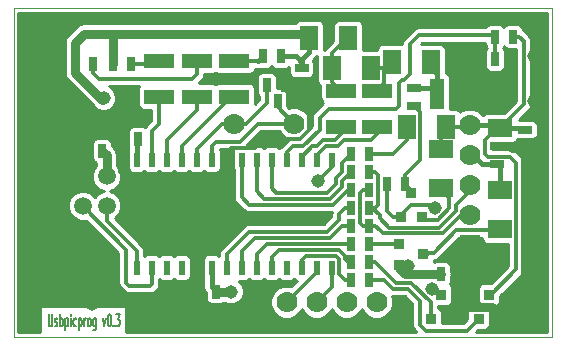
<source format=gtl>
G04 (created by PCBNEW-RS274X (2010-05-05 BZR 2356)-stable) date Fri 25 Feb 2011 10:53:11 AM CET*
G01*
G70*
G90*
%MOIN*%
G04 Gerber Fmt 3.4, Leading zero omitted, Abs format*
%FSLAX34Y34*%
G04 APERTURE LIST*
%ADD10C,0.006000*%
%ADD11C,0.001000*%
%ADD12C,0.005000*%
%ADD13R,0.070000X0.070000*%
%ADD14C,0.070000*%
%ADD15R,0.025000X0.045000*%
%ADD16R,0.045000X0.025000*%
%ADD17R,0.100000X0.050000*%
%ADD18R,0.050000X0.100000*%
%ADD19R,0.020000X0.050000*%
%ADD20R,0.036000X0.036000*%
%ADD21C,0.169300*%
%ADD22C,0.059100*%
%ADD23R,0.080000X0.060000*%
%ADD24R,0.060000X0.080000*%
%ADD25C,0.045000*%
%ADD26C,0.012000*%
%ADD27C,0.017000*%
%ADD28C,0.030000*%
%ADD29C,0.010000*%
G04 APERTURE END LIST*
G54D10*
G54D11*
X16650Y-21650D02*
X34600Y-21650D01*
X16650Y-32600D02*
X16650Y-21650D01*
X34600Y-32600D02*
X16650Y-32600D01*
X34600Y-21650D02*
X34600Y-32600D01*
G54D12*
X17825Y-31862D02*
X17825Y-32186D01*
X17834Y-32224D01*
X17844Y-32243D01*
X17863Y-32262D01*
X17901Y-32262D01*
X17920Y-32243D01*
X17929Y-32224D01*
X17939Y-32186D01*
X17939Y-31862D01*
X18025Y-32243D02*
X18044Y-32262D01*
X18082Y-32262D01*
X18101Y-32243D01*
X18111Y-32205D01*
X18111Y-32186D01*
X18101Y-32148D01*
X18082Y-32129D01*
X18054Y-32129D01*
X18035Y-32110D01*
X18025Y-32071D01*
X18025Y-32052D01*
X18035Y-32014D01*
X18054Y-31995D01*
X18082Y-31995D01*
X18101Y-32014D01*
X18197Y-32262D02*
X18197Y-31862D01*
X18197Y-32014D02*
X18216Y-31995D01*
X18254Y-31995D01*
X18273Y-32014D01*
X18282Y-32033D01*
X18292Y-32071D01*
X18292Y-32186D01*
X18282Y-32224D01*
X18273Y-32243D01*
X18254Y-32262D01*
X18216Y-32262D01*
X18197Y-32243D01*
X18378Y-31995D02*
X18378Y-32395D01*
X18378Y-32014D02*
X18397Y-31995D01*
X18435Y-31995D01*
X18454Y-32014D01*
X18463Y-32033D01*
X18473Y-32071D01*
X18473Y-32186D01*
X18463Y-32224D01*
X18454Y-32243D01*
X18435Y-32262D01*
X18397Y-32262D01*
X18378Y-32243D01*
X18559Y-32262D02*
X18559Y-31995D01*
X18559Y-31862D02*
X18549Y-31881D01*
X18559Y-31900D01*
X18568Y-31881D01*
X18559Y-31862D01*
X18559Y-31900D01*
X18739Y-32243D02*
X18720Y-32262D01*
X18682Y-32262D01*
X18663Y-32243D01*
X18654Y-32224D01*
X18644Y-32186D01*
X18644Y-32071D01*
X18654Y-32033D01*
X18663Y-32014D01*
X18682Y-31995D01*
X18720Y-31995D01*
X18739Y-32014D01*
X18825Y-31995D02*
X18825Y-32395D01*
X18825Y-32014D02*
X18844Y-31995D01*
X18882Y-31995D01*
X18901Y-32014D01*
X18910Y-32033D01*
X18920Y-32071D01*
X18920Y-32186D01*
X18910Y-32224D01*
X18901Y-32243D01*
X18882Y-32262D01*
X18844Y-32262D01*
X18825Y-32243D01*
X19006Y-32262D02*
X19006Y-31995D01*
X19006Y-32071D02*
X19015Y-32033D01*
X19025Y-32014D01*
X19044Y-31995D01*
X19063Y-31995D01*
X19158Y-32262D02*
X19139Y-32243D01*
X19130Y-32224D01*
X19120Y-32186D01*
X19120Y-32071D01*
X19130Y-32033D01*
X19139Y-32014D01*
X19158Y-31995D01*
X19187Y-31995D01*
X19206Y-32014D01*
X19215Y-32033D01*
X19225Y-32071D01*
X19225Y-32186D01*
X19215Y-32224D01*
X19206Y-32243D01*
X19187Y-32262D01*
X19158Y-32262D01*
X19396Y-31995D02*
X19396Y-32319D01*
X19387Y-32357D01*
X19377Y-32376D01*
X19358Y-32395D01*
X19330Y-32395D01*
X19311Y-32376D01*
X19396Y-32243D02*
X19377Y-32262D01*
X19339Y-32262D01*
X19320Y-32243D01*
X19311Y-32224D01*
X19301Y-32186D01*
X19301Y-32071D01*
X19311Y-32033D01*
X19320Y-32014D01*
X19339Y-31995D01*
X19377Y-31995D01*
X19396Y-32014D01*
X19625Y-31995D02*
X19672Y-32262D01*
X19720Y-31995D01*
X19834Y-31862D02*
X19853Y-31862D01*
X19872Y-31881D01*
X19881Y-31900D01*
X19891Y-31938D01*
X19900Y-32014D01*
X19900Y-32110D01*
X19891Y-32186D01*
X19881Y-32224D01*
X19872Y-32243D01*
X19853Y-32262D01*
X19834Y-32262D01*
X19815Y-32243D01*
X19805Y-32224D01*
X19796Y-32186D01*
X19786Y-32110D01*
X19786Y-32014D01*
X19796Y-31938D01*
X19805Y-31900D01*
X19815Y-31881D01*
X19834Y-31862D01*
X19986Y-32224D02*
X19995Y-32243D01*
X19986Y-32262D01*
X19976Y-32243D01*
X19986Y-32224D01*
X19986Y-32262D01*
X20062Y-31862D02*
X20185Y-31862D01*
X20119Y-32014D01*
X20147Y-32014D01*
X20166Y-32033D01*
X20176Y-32052D01*
X20185Y-32090D01*
X20185Y-32186D01*
X20176Y-32224D01*
X20166Y-32243D01*
X20147Y-32262D01*
X20090Y-32262D01*
X20071Y-32243D01*
X20062Y-32224D01*
G54D13*
X31850Y-29550D03*
G54D14*
X31850Y-28550D03*
X31850Y-27550D03*
X31850Y-26550D03*
X31850Y-25550D03*
G54D13*
X24750Y-31450D03*
G54D14*
X25750Y-31450D03*
X26750Y-31450D03*
X27750Y-31450D03*
X28750Y-31450D03*
X24000Y-25500D03*
X26000Y-25500D03*
G54D15*
X23400Y-31100D03*
X22800Y-31100D03*
X27900Y-30100D03*
X28500Y-30100D03*
X27900Y-30700D03*
X28500Y-30700D03*
X28500Y-28300D03*
X27900Y-28300D03*
X28500Y-28900D03*
X27900Y-28900D03*
G54D16*
X30000Y-24900D03*
X30000Y-24300D03*
G54D15*
X20550Y-23500D03*
X19950Y-23500D03*
X19300Y-23500D03*
X18700Y-23500D03*
X25550Y-23250D03*
X24950Y-23250D03*
X25450Y-24750D03*
X26050Y-24750D03*
X25100Y-24200D03*
X25700Y-24200D03*
X30900Y-30500D03*
X31500Y-30500D03*
G54D16*
X26250Y-23650D03*
X26250Y-24250D03*
X32750Y-26850D03*
X32750Y-26250D03*
G54D15*
X19600Y-26400D03*
X19000Y-26400D03*
G54D17*
X21500Y-23400D03*
X21500Y-24600D03*
X28750Y-24400D03*
X28750Y-25600D03*
X27550Y-24400D03*
X27550Y-25600D03*
G54D18*
X30750Y-24500D03*
X31950Y-24500D03*
G54D17*
X22750Y-23400D03*
X22750Y-24600D03*
X24000Y-23400D03*
X24000Y-24600D03*
G54D19*
X27250Y-26700D03*
X26750Y-26700D03*
X26250Y-26700D03*
X25750Y-26700D03*
X25250Y-26700D03*
X24750Y-26700D03*
X24250Y-26700D03*
X23750Y-26700D03*
X23250Y-26700D03*
X22750Y-26700D03*
X22250Y-26700D03*
X21750Y-26700D03*
X21250Y-26700D03*
X20750Y-26700D03*
X20750Y-30300D03*
X21250Y-30300D03*
X21750Y-30300D03*
X22250Y-30300D03*
X22750Y-30300D03*
X23250Y-30300D03*
X23750Y-30300D03*
X24250Y-30300D03*
X24750Y-30300D03*
X25250Y-30300D03*
X25750Y-30300D03*
X26250Y-30300D03*
X26750Y-30300D03*
X27250Y-30300D03*
G54D20*
X31250Y-32000D03*
X30550Y-32000D03*
X30900Y-31200D03*
X32850Y-32000D03*
X32150Y-32000D03*
X32500Y-31200D03*
G54D21*
X17898Y-30114D03*
X17898Y-25382D03*
G54D22*
X19750Y-27258D03*
X18960Y-27258D03*
X18960Y-28242D03*
X19750Y-28242D03*
G54D15*
X20200Y-26000D03*
X20800Y-26000D03*
G54D23*
X32850Y-29000D03*
X32850Y-27700D03*
G54D20*
X29500Y-30200D03*
X29500Y-29500D03*
X30300Y-29850D03*
G54D24*
X29250Y-23450D03*
X30550Y-23450D03*
X27250Y-23650D03*
X28550Y-23650D03*
X26500Y-22650D03*
X27800Y-22650D03*
G54D23*
X30900Y-27650D03*
X30900Y-26350D03*
X32850Y-24350D03*
X32850Y-25650D03*
G54D15*
X27900Y-27100D03*
X28500Y-27100D03*
X27900Y-29500D03*
X28500Y-29500D03*
X27900Y-27700D03*
X28500Y-27700D03*
X27900Y-26500D03*
X28500Y-26500D03*
G54D16*
X33700Y-26300D03*
X33700Y-25700D03*
G54D15*
X29100Y-27500D03*
X29700Y-27500D03*
X33300Y-23350D03*
X32700Y-23350D03*
X32700Y-22600D03*
X33300Y-22600D03*
G54D24*
X29750Y-25600D03*
X31050Y-25600D03*
G54D20*
X30250Y-28600D03*
X29550Y-28600D03*
X29900Y-27800D03*
G54D25*
X26800Y-27400D03*
X30600Y-31000D03*
X30700Y-28300D03*
X29800Y-30250D03*
X23900Y-31100D03*
X19650Y-24650D03*
X26750Y-24750D03*
X31950Y-23600D03*
X33450Y-31800D03*
X23000Y-32000D03*
X32000Y-30500D03*
X21500Y-29500D03*
X21000Y-29000D03*
X21000Y-28000D03*
X22500Y-28000D03*
X23500Y-28500D03*
X34000Y-24750D03*
X34000Y-23250D03*
X34000Y-22250D03*
X18250Y-22250D03*
X17250Y-22250D03*
X17250Y-24250D03*
X21750Y-32000D03*
X17250Y-31500D03*
X19250Y-31500D03*
X21250Y-31500D03*
G54D26*
X18960Y-28242D02*
X18960Y-28260D01*
X21250Y-30850D02*
X21250Y-30300D01*
X21200Y-30900D02*
X21250Y-30850D01*
X20500Y-30900D02*
X21200Y-30900D01*
X20400Y-30800D02*
X20500Y-30900D01*
X20400Y-29700D02*
X20400Y-30800D01*
X18960Y-28260D02*
X20400Y-29700D01*
X20750Y-29750D02*
X19750Y-28750D01*
X20750Y-30300D02*
X20750Y-29750D01*
X19750Y-28750D02*
X19750Y-28242D01*
X24000Y-24600D02*
X23900Y-24600D01*
X22250Y-26250D02*
X22250Y-26700D01*
X23900Y-24600D02*
X22250Y-26250D01*
X21750Y-26050D02*
X22750Y-25050D01*
X21750Y-26700D02*
X21750Y-26050D01*
X22750Y-25050D02*
X22750Y-24600D01*
X21500Y-25500D02*
X21250Y-25750D01*
X21500Y-24600D02*
X21500Y-25500D01*
X21250Y-25750D02*
X21250Y-26700D01*
X24700Y-29300D02*
X24250Y-29750D01*
X27200Y-29300D02*
X24700Y-29300D01*
X27600Y-28900D02*
X27200Y-29300D01*
X27900Y-28900D02*
X27600Y-28900D01*
X24250Y-29750D02*
X24250Y-30300D01*
X26750Y-30300D02*
X26750Y-30450D01*
X26750Y-30450D02*
X25750Y-31450D01*
X23750Y-30300D02*
X23750Y-29850D01*
X27700Y-28300D02*
X27900Y-28300D01*
X27500Y-28500D02*
X27700Y-28300D01*
X27500Y-28700D02*
X27500Y-28500D01*
X27100Y-29100D02*
X27500Y-28700D01*
X24500Y-29100D02*
X27100Y-29100D01*
X23750Y-29850D02*
X24500Y-29100D01*
X27250Y-30300D02*
X27250Y-30950D01*
X27250Y-30950D02*
X26750Y-31450D01*
X27750Y-25600D02*
X27750Y-25650D01*
X26250Y-26600D02*
X26250Y-26700D01*
X26600Y-26250D02*
X26250Y-26600D01*
X26750Y-26250D02*
X26600Y-26250D01*
X26950Y-26050D02*
X26750Y-26250D01*
X27350Y-26050D02*
X26950Y-26050D01*
X27750Y-25650D02*
X27400Y-26000D01*
X27400Y-26000D02*
X27350Y-26050D01*
X27550Y-25600D02*
X27550Y-25850D01*
X27550Y-25850D02*
X27400Y-26000D01*
X26750Y-26700D02*
X26750Y-26550D01*
X28550Y-26050D02*
X29000Y-25600D01*
X27650Y-26050D02*
X28550Y-26050D01*
X27450Y-26250D02*
X27650Y-26050D01*
X27050Y-26250D02*
X27450Y-26250D01*
X26750Y-26550D02*
X27050Y-26250D01*
X28750Y-25600D02*
X28750Y-25850D01*
X28750Y-25850D02*
X28550Y-26050D01*
X25100Y-29500D02*
X24750Y-29850D01*
X27900Y-29500D02*
X25100Y-29500D01*
X24750Y-29850D02*
X24750Y-30300D01*
G54D27*
X31850Y-25550D02*
X32750Y-25550D01*
X32750Y-25550D02*
X32850Y-25650D01*
X32850Y-25650D02*
X33650Y-25650D01*
X33650Y-25650D02*
X33700Y-25700D01*
G54D26*
X32500Y-31200D02*
X32550Y-31200D01*
X32750Y-25650D02*
X32850Y-25650D01*
X32350Y-26050D02*
X32750Y-25650D01*
X32350Y-26500D02*
X32350Y-26050D01*
X32450Y-26600D02*
X32350Y-26500D01*
X32800Y-26600D02*
X32450Y-26600D01*
X32550Y-31200D02*
X33400Y-30350D01*
X33400Y-30350D02*
X33400Y-26800D01*
X33400Y-26800D02*
X33200Y-26600D01*
X33200Y-26600D02*
X32800Y-26600D01*
X33300Y-22600D02*
X33500Y-22600D01*
X33650Y-24850D02*
X32850Y-25650D01*
X33650Y-22750D02*
X33650Y-24850D01*
X33500Y-22600D02*
X33650Y-22750D01*
X30900Y-26350D02*
X30900Y-25750D01*
X30900Y-25750D02*
X31050Y-25600D01*
X31050Y-25600D02*
X31800Y-25600D01*
X31800Y-25600D02*
X31850Y-25550D01*
X25500Y-29700D02*
X25250Y-29950D01*
X27500Y-29700D02*
X25500Y-29700D01*
X27700Y-29900D02*
X27500Y-29700D01*
X27700Y-30000D02*
X27700Y-29900D01*
X27800Y-30100D02*
X27700Y-30000D01*
X27900Y-30100D02*
X27800Y-30100D01*
X25250Y-29950D02*
X25250Y-30300D01*
X26400Y-29900D02*
X26250Y-30050D01*
X27400Y-29900D02*
X26400Y-29900D01*
X27500Y-30000D02*
X27400Y-29900D01*
X27500Y-30500D02*
X27500Y-30000D01*
X27700Y-30700D02*
X27500Y-30500D01*
X27900Y-30700D02*
X27700Y-30700D01*
X26250Y-30050D02*
X26250Y-30300D01*
X27250Y-26700D02*
X27250Y-26950D01*
X27250Y-26950D02*
X26800Y-27400D01*
X24800Y-23400D02*
X24950Y-23250D01*
G54D27*
X24800Y-23400D02*
X24950Y-23250D01*
G54D26*
X24000Y-23400D02*
X24800Y-23400D01*
X19300Y-23500D02*
X19300Y-23800D01*
X22750Y-23850D02*
X22750Y-23400D01*
X22600Y-24000D02*
X22750Y-23850D01*
X19500Y-24000D02*
X22600Y-24000D01*
X19300Y-23800D02*
X19500Y-24000D01*
X20550Y-23500D02*
X21400Y-23500D01*
X21400Y-23500D02*
X21500Y-23400D01*
X23250Y-26700D02*
X23250Y-26250D01*
X24800Y-25500D02*
X26000Y-25500D01*
X24200Y-26100D02*
X24800Y-25500D01*
X23400Y-26100D02*
X24200Y-26100D01*
X23250Y-26250D02*
X23400Y-26100D01*
X25450Y-24750D02*
X25450Y-24950D01*
X25450Y-24950D02*
X26000Y-25500D01*
G54D27*
X31850Y-26550D02*
X31950Y-26550D01*
X32250Y-26850D02*
X32750Y-26850D01*
X31950Y-26550D02*
X32250Y-26850D01*
X32850Y-27700D02*
X32850Y-26950D01*
X32850Y-26950D02*
X32750Y-26850D01*
G54D26*
X30550Y-32000D02*
X30550Y-31450D01*
X28700Y-30100D02*
X28500Y-30100D01*
X29400Y-30800D02*
X28700Y-30100D01*
X29900Y-30800D02*
X29400Y-30800D01*
X30550Y-31450D02*
X29900Y-30800D01*
X28500Y-30700D02*
X29000Y-30700D01*
X31750Y-32400D02*
X32150Y-32000D01*
X30400Y-32400D02*
X31750Y-32400D01*
X30200Y-32200D02*
X30400Y-32400D01*
X30200Y-31400D02*
X30200Y-32200D01*
X29800Y-31000D02*
X30200Y-31400D01*
X29300Y-31000D02*
X29800Y-31000D01*
X29000Y-30700D02*
X29300Y-31000D01*
X22750Y-26350D02*
X23600Y-25500D01*
X25100Y-24200D02*
X25100Y-24800D01*
X24400Y-25500D02*
X24000Y-25500D01*
X25100Y-24800D02*
X24400Y-25500D01*
X22750Y-26700D02*
X22750Y-26350D01*
X23600Y-25500D02*
X24000Y-25500D01*
X27800Y-22500D02*
X27800Y-22600D01*
X27250Y-23150D02*
X27250Y-23650D01*
X27800Y-22600D02*
X27400Y-23000D01*
X27400Y-23000D02*
X27250Y-23150D01*
X27800Y-22650D02*
X27750Y-22650D01*
X27750Y-22650D02*
X27400Y-23000D01*
X27250Y-23650D02*
X27250Y-24100D01*
X27250Y-24100D02*
X27550Y-24400D01*
X30900Y-27650D02*
X30900Y-27700D01*
X30368Y-28718D02*
X30250Y-28600D01*
X30782Y-28718D02*
X30368Y-28718D01*
X31176Y-28324D02*
X30782Y-28718D01*
X31176Y-27976D02*
X31176Y-28324D01*
X30900Y-27700D02*
X31176Y-27976D01*
G54D27*
X20750Y-26700D02*
X20750Y-26050D01*
X20750Y-26050D02*
X20800Y-26000D01*
X30550Y-23650D02*
X30750Y-23850D01*
X30000Y-24300D02*
X30550Y-24300D01*
X30550Y-24300D02*
X30750Y-24500D01*
X30550Y-23450D02*
X30550Y-23650D01*
X30750Y-23850D02*
X30750Y-24500D01*
G54D26*
X28550Y-23650D02*
X29050Y-23650D01*
X29050Y-23650D02*
X29250Y-23450D01*
X29000Y-24400D02*
X29000Y-24100D01*
X29000Y-24100D02*
X29000Y-23700D01*
X29000Y-23700D02*
X29250Y-23450D01*
X28750Y-24400D02*
X29000Y-24150D01*
X29000Y-24150D02*
X29000Y-24100D01*
X27900Y-27100D02*
X27600Y-27400D01*
X27600Y-27500D02*
X27600Y-27400D01*
X27400Y-27800D02*
X27600Y-27600D01*
X27600Y-27600D02*
X27600Y-27500D01*
X27400Y-27800D02*
X27300Y-27900D01*
X24750Y-27750D02*
X24750Y-26700D01*
X25000Y-28000D02*
X24750Y-27750D01*
X27200Y-28000D02*
X25000Y-28000D01*
X27300Y-27900D02*
X27200Y-28000D01*
X31850Y-27550D02*
X31850Y-27750D01*
X28600Y-28300D02*
X28500Y-28300D01*
X28850Y-28550D02*
X28600Y-28300D01*
X31400Y-28200D02*
X31400Y-28300D01*
X31850Y-27750D02*
X31400Y-28200D01*
X28500Y-28300D02*
X28700Y-28300D01*
X28700Y-27100D02*
X28500Y-27100D01*
X28800Y-27200D02*
X28700Y-27100D01*
X28800Y-28200D02*
X28800Y-27200D01*
X28700Y-28300D02*
X28800Y-28200D01*
X31400Y-28300D02*
X31400Y-28400D01*
X31400Y-28400D02*
X31025Y-28775D01*
X31025Y-28775D02*
X30832Y-28968D01*
X28850Y-28650D02*
X28850Y-28550D01*
X29168Y-28968D02*
X28850Y-28650D01*
X30832Y-28968D02*
X29168Y-28968D01*
X30900Y-31200D02*
X30800Y-31200D01*
X30600Y-31000D02*
X30800Y-31200D01*
X29550Y-28550D02*
X29550Y-28600D01*
X29550Y-28550D02*
X29900Y-28200D01*
X29900Y-28200D02*
X30200Y-28200D01*
X29550Y-28600D02*
X29300Y-28600D01*
X29100Y-28400D02*
X29100Y-27500D01*
X29300Y-28600D02*
X29100Y-28400D01*
X30200Y-28200D02*
X30600Y-28200D01*
X30600Y-28200D02*
X30700Y-28300D01*
X28500Y-29500D02*
X29200Y-29500D01*
X29200Y-29500D02*
X29450Y-29500D01*
X29450Y-29500D02*
X29500Y-29450D01*
X29200Y-29500D02*
X29500Y-29500D01*
X27600Y-27100D02*
X27600Y-26800D01*
X27400Y-27300D02*
X27600Y-27100D01*
X25250Y-26700D02*
X25250Y-27650D01*
X27100Y-27800D02*
X27400Y-27500D01*
X25400Y-27800D02*
X27100Y-27800D01*
X25250Y-27650D02*
X25400Y-27800D01*
X27600Y-26800D02*
X27900Y-26500D01*
X27400Y-27500D02*
X27400Y-27300D01*
X25750Y-26700D02*
X25750Y-26450D01*
X32650Y-22550D02*
X32700Y-22600D01*
X30150Y-22550D02*
X32650Y-22550D01*
X29850Y-22850D02*
X30150Y-22550D01*
X29850Y-23850D02*
X29850Y-22850D01*
X29650Y-24050D02*
X29850Y-23850D01*
X29600Y-24050D02*
X29650Y-24050D01*
X29500Y-24150D02*
X29600Y-24050D01*
X29500Y-24900D02*
X29500Y-24150D01*
X29400Y-25000D02*
X29500Y-24900D01*
X25750Y-26450D02*
X25950Y-26250D01*
X25950Y-26250D02*
X26300Y-26250D01*
X26300Y-26250D02*
X26850Y-25700D01*
X26850Y-25700D02*
X26850Y-25300D01*
X26850Y-25300D02*
X27150Y-25000D01*
X27150Y-25000D02*
X29400Y-25000D01*
X32700Y-23350D02*
X32700Y-22600D01*
X29750Y-25600D02*
X29750Y-26050D01*
X29300Y-26500D02*
X28500Y-26500D01*
X29750Y-26050D02*
X29300Y-26500D01*
X29900Y-27800D02*
X29900Y-27700D01*
X29900Y-27700D02*
X29700Y-27500D01*
X30000Y-24900D02*
X30200Y-25100D01*
X29700Y-27200D02*
X29700Y-27500D01*
X30200Y-26700D02*
X29700Y-27200D01*
X30200Y-25100D02*
X30200Y-26700D01*
X31400Y-29050D02*
X32800Y-29050D01*
X30650Y-29800D02*
X31400Y-29050D01*
X30300Y-29800D02*
X30500Y-29800D01*
X30500Y-29800D02*
X30650Y-29800D01*
X32800Y-29050D02*
X32850Y-29000D01*
X30300Y-29850D02*
X30450Y-29850D01*
X30450Y-29850D02*
X30500Y-29800D01*
X27900Y-27700D02*
X27800Y-27700D01*
X24250Y-27600D02*
X24250Y-27500D01*
X24250Y-27500D02*
X24250Y-26700D01*
X27800Y-27700D02*
X27500Y-28000D01*
X24250Y-27600D02*
X24250Y-27950D01*
X27300Y-28200D02*
X27500Y-28000D01*
X24500Y-28200D02*
X27300Y-28200D01*
X24250Y-27950D02*
X24500Y-28200D01*
X28500Y-28900D02*
X28700Y-28900D01*
X31550Y-28550D02*
X31850Y-28550D01*
X31100Y-29000D02*
X31550Y-28550D01*
X28700Y-28900D02*
X28850Y-29050D01*
X28500Y-27700D02*
X28300Y-27700D01*
X28300Y-28900D02*
X28500Y-28900D01*
X28200Y-28800D02*
X28300Y-28900D01*
X28200Y-27800D02*
X28200Y-28800D01*
X28300Y-27700D02*
X28200Y-27800D01*
X28850Y-29050D02*
X28950Y-29150D01*
X30950Y-29150D02*
X31100Y-29000D01*
X28950Y-29150D02*
X30950Y-29150D01*
G54D28*
X29700Y-30500D02*
X29500Y-30300D01*
X29800Y-30500D02*
X29800Y-30250D01*
X30900Y-30500D02*
X29800Y-30500D01*
X19750Y-27258D02*
X19750Y-26550D01*
X19750Y-26550D02*
X19600Y-26400D01*
X18700Y-23500D02*
X18700Y-22800D01*
X19000Y-22500D02*
X19100Y-22500D01*
X19100Y-22500D02*
X20000Y-22500D01*
X20000Y-22500D02*
X25800Y-22500D01*
X25800Y-22500D02*
X25900Y-22500D01*
X25900Y-22500D02*
X26500Y-22500D01*
X18700Y-22800D02*
X19000Y-22500D01*
X19950Y-23500D02*
X19950Y-22550D01*
X19950Y-22550D02*
X20000Y-22500D01*
G54D27*
X23250Y-30300D02*
X23250Y-30950D01*
X23250Y-30950D02*
X23400Y-31100D01*
G54D28*
X23400Y-31100D02*
X23900Y-31100D01*
G54D26*
X26050Y-23250D02*
X26200Y-23400D01*
X26200Y-23400D02*
X26250Y-23450D01*
G54D27*
X26250Y-23650D02*
X26250Y-23450D01*
X25550Y-23250D02*
X26050Y-23250D01*
X26050Y-23250D02*
X26250Y-23450D01*
X26250Y-23450D02*
X26250Y-23650D01*
X26500Y-22500D02*
X26500Y-23100D01*
X26500Y-23100D02*
X26200Y-23400D01*
G54D28*
X25900Y-22500D02*
X26350Y-22500D01*
X26350Y-22500D02*
X26500Y-22650D01*
X18700Y-23500D02*
X18700Y-23800D01*
X18700Y-23800D02*
X19600Y-24700D01*
X19600Y-24700D02*
X19650Y-24650D01*
X29800Y-30500D02*
X29700Y-30500D01*
X29700Y-30500D02*
X29500Y-30300D01*
X29500Y-30300D02*
X29500Y-30200D01*
X18960Y-27258D02*
X18960Y-26440D01*
X18960Y-26440D02*
X19000Y-26400D01*
X17898Y-25382D02*
X17982Y-25382D01*
X17982Y-25382D02*
X19000Y-26400D01*
X19682Y-25382D02*
X17898Y-25382D01*
X19800Y-25500D02*
X19682Y-25382D01*
X20000Y-25700D02*
X19800Y-25500D01*
G54D27*
X20200Y-25900D02*
X20000Y-25700D01*
X20200Y-26000D02*
X20200Y-25900D01*
X20200Y-25900D02*
X19800Y-25500D01*
G54D26*
X25700Y-24200D02*
X26200Y-24200D01*
X26200Y-24200D02*
X26250Y-24250D01*
X26050Y-24750D02*
X26050Y-24450D01*
X26050Y-24450D02*
X26250Y-24250D01*
X23750Y-26700D02*
X23750Y-26450D01*
X23750Y-26450D02*
X23900Y-26300D01*
X23900Y-26300D02*
X24700Y-26300D01*
X26500Y-25200D02*
X26050Y-24750D01*
X23750Y-26700D02*
X23750Y-27500D01*
X23750Y-27500D02*
X23750Y-28250D01*
X23750Y-28250D02*
X22750Y-29250D01*
X23750Y-27500D02*
X20600Y-27500D01*
X20200Y-27100D02*
X20200Y-26000D01*
X20600Y-27500D02*
X20200Y-27100D01*
G54D27*
X22750Y-30300D02*
X22750Y-31050D01*
X22750Y-31050D02*
X22800Y-31100D01*
G54D28*
X17898Y-30114D02*
X17898Y-25382D01*
G54D26*
X26200Y-26000D02*
X26500Y-25700D01*
X26500Y-25700D02*
X26500Y-25200D01*
G54D28*
X31850Y-29550D02*
X31850Y-30450D01*
X31800Y-30500D02*
X31500Y-30500D01*
X31850Y-30450D02*
X31800Y-30500D01*
X31500Y-30500D02*
X31500Y-31600D01*
X31500Y-31600D02*
X31500Y-31750D01*
X31500Y-31750D02*
X31250Y-32000D01*
X32850Y-32000D02*
X32850Y-31850D01*
X32850Y-31850D02*
X32600Y-31600D01*
X32600Y-31600D02*
X31500Y-31600D01*
X32850Y-24350D02*
X32100Y-24350D01*
X32100Y-24350D02*
X31950Y-24500D01*
X33700Y-26300D02*
X33250Y-26300D01*
X33700Y-26300D02*
X33700Y-31600D01*
X33300Y-32000D02*
X32850Y-32000D01*
X33700Y-31600D02*
X33500Y-31800D01*
X33500Y-31800D02*
X33300Y-32000D01*
G54D26*
X32750Y-26250D02*
X33200Y-26250D01*
X33200Y-26250D02*
X33250Y-26300D01*
G54D28*
X26050Y-24750D02*
X26750Y-24750D01*
X31950Y-24500D02*
X31950Y-23600D01*
X22800Y-31100D02*
X22800Y-31600D01*
X24500Y-31700D02*
X24750Y-31450D01*
X22900Y-31700D02*
X24500Y-31700D01*
X22800Y-31600D02*
X22900Y-31700D01*
X33500Y-31800D02*
X33450Y-31800D01*
X22750Y-30300D02*
X22750Y-29250D01*
X22800Y-31100D02*
X22800Y-31800D01*
X22800Y-31800D02*
X23000Y-32000D01*
G54D26*
X26200Y-26000D02*
X25000Y-26000D01*
X25000Y-26000D02*
X24700Y-26300D01*
X33300Y-23350D02*
X33300Y-23900D01*
X33300Y-23900D02*
X32850Y-24350D01*
G54D28*
X22750Y-29250D02*
X23500Y-28500D01*
X21000Y-29000D02*
X21500Y-29500D01*
X22500Y-28000D02*
X21000Y-28000D01*
G54D26*
X34000Y-22250D02*
X34000Y-23250D01*
X17898Y-25382D02*
X17898Y-24898D01*
X17250Y-22250D02*
X18250Y-22250D01*
X17898Y-24898D02*
X17250Y-24250D01*
X21250Y-31500D02*
X21750Y-32000D01*
X17250Y-31500D02*
X19250Y-31500D01*
G54D29*
X16805Y-21805D02*
X34445Y-21805D01*
X16805Y-21885D02*
X34445Y-21885D01*
X16805Y-21965D02*
X34445Y-21965D01*
X16805Y-22045D02*
X34445Y-22045D01*
X16805Y-22125D02*
X26044Y-22125D01*
X26956Y-22125D02*
X27344Y-22125D01*
X28256Y-22125D02*
X34445Y-22125D01*
X16805Y-22205D02*
X18824Y-22205D01*
X26997Y-22205D02*
X27304Y-22205D01*
X28297Y-22205D02*
X32466Y-22205D01*
X32934Y-22205D02*
X33066Y-22205D01*
X33534Y-22205D02*
X34445Y-22205D01*
X16805Y-22285D02*
X18721Y-22285D01*
X26999Y-22285D02*
X27301Y-22285D01*
X28299Y-22285D02*
X32398Y-22285D01*
X33604Y-22285D02*
X34445Y-22285D01*
X16805Y-22365D02*
X18641Y-22365D01*
X26999Y-22365D02*
X27301Y-22365D01*
X28299Y-22365D02*
X29968Y-22365D01*
X33624Y-22365D02*
X34445Y-22365D01*
X16805Y-22445D02*
X18561Y-22445D01*
X26999Y-22445D02*
X27301Y-22445D01*
X28299Y-22445D02*
X29887Y-22445D01*
X33713Y-22445D02*
X34445Y-22445D01*
X16805Y-22525D02*
X18481Y-22525D01*
X26999Y-22525D02*
X27301Y-22525D01*
X28299Y-22525D02*
X29807Y-22525D01*
X33793Y-22525D02*
X34445Y-22525D01*
X16805Y-22605D02*
X18419Y-22605D01*
X26999Y-22605D02*
X27301Y-22605D01*
X28299Y-22605D02*
X29727Y-22605D01*
X33860Y-22605D02*
X34445Y-22605D01*
X16805Y-22685D02*
X18374Y-22685D01*
X26999Y-22685D02*
X27301Y-22685D01*
X28299Y-22685D02*
X29654Y-22685D01*
X33897Y-22685D02*
X34445Y-22685D01*
X16805Y-22765D02*
X18358Y-22765D01*
X26999Y-22765D02*
X27267Y-22765D01*
X28299Y-22765D02*
X29607Y-22765D01*
X33909Y-22765D02*
X34445Y-22765D01*
X16805Y-22845D02*
X18350Y-22845D01*
X26999Y-22845D02*
X27186Y-22845D01*
X28299Y-22845D02*
X29591Y-22845D01*
X33909Y-22845D02*
X34445Y-22845D01*
X16805Y-22925D02*
X18350Y-22925D01*
X26999Y-22925D02*
X27107Y-22925D01*
X28299Y-22925D02*
X28794Y-22925D01*
X33909Y-22925D02*
X34445Y-22925D01*
X16805Y-23005D02*
X18350Y-23005D01*
X26999Y-23005D02*
X27040Y-23005D01*
X28299Y-23005D02*
X28754Y-23005D01*
X33909Y-23005D02*
X34445Y-23005D01*
X16805Y-23085D02*
X18350Y-23085D01*
X33909Y-23085D02*
X34445Y-23085D01*
X16805Y-23165D02*
X18350Y-23165D01*
X33909Y-23165D02*
X34445Y-23165D01*
X16805Y-23245D02*
X18350Y-23245D01*
X33909Y-23245D02*
X34445Y-23245D01*
X16805Y-23325D02*
X18350Y-23325D01*
X33909Y-23325D02*
X34445Y-23325D01*
X16805Y-23405D02*
X18350Y-23405D01*
X33909Y-23405D02*
X34445Y-23405D01*
X16805Y-23485D02*
X18350Y-23485D01*
X33909Y-23485D02*
X34445Y-23485D01*
X16805Y-23565D02*
X18350Y-23565D01*
X33909Y-23565D02*
X34445Y-23565D01*
X16805Y-23645D02*
X18350Y-23645D01*
X33909Y-23645D02*
X34445Y-23645D01*
X16805Y-23725D02*
X18350Y-23725D01*
X33909Y-23725D02*
X34445Y-23725D01*
X16805Y-23805D02*
X18351Y-23805D01*
X33909Y-23805D02*
X34445Y-23805D01*
X16805Y-23885D02*
X18367Y-23885D01*
X33909Y-23885D02*
X34445Y-23885D01*
X16805Y-23965D02*
X18397Y-23965D01*
X33909Y-23965D02*
X34445Y-23965D01*
X16805Y-24045D02*
X18451Y-24045D01*
X33909Y-24045D02*
X34445Y-24045D01*
X16805Y-24125D02*
X18530Y-24125D01*
X33909Y-24125D02*
X34445Y-24125D01*
X16805Y-24205D02*
X18610Y-24205D01*
X33909Y-24205D02*
X34445Y-24205D01*
X16805Y-24285D02*
X18690Y-24285D01*
X19880Y-24285D02*
X20812Y-24285D01*
X33909Y-24285D02*
X34445Y-24285D01*
X16805Y-24365D02*
X18770Y-24365D01*
X19966Y-24365D02*
X20801Y-24365D01*
X33909Y-24365D02*
X34445Y-24365D01*
X16805Y-24445D02*
X18850Y-24445D01*
X20026Y-24445D02*
X20801Y-24445D01*
X33909Y-24445D02*
X34445Y-24445D01*
X16805Y-24525D02*
X18930Y-24525D01*
X20059Y-24525D02*
X20801Y-24525D01*
X33909Y-24525D02*
X34445Y-24525D01*
X16805Y-24605D02*
X19010Y-24605D01*
X20075Y-24605D02*
X20801Y-24605D01*
X33909Y-24605D02*
X34445Y-24605D01*
X16805Y-24685D02*
X19090Y-24685D01*
X20075Y-24685D02*
X20801Y-24685D01*
X33909Y-24685D02*
X34445Y-24685D01*
X16805Y-24765D02*
X19170Y-24765D01*
X20062Y-24765D02*
X20801Y-24765D01*
X33909Y-24765D02*
X34445Y-24765D01*
X16805Y-24845D02*
X19250Y-24845D01*
X20029Y-24845D02*
X20801Y-24845D01*
X33909Y-24845D02*
X34445Y-24845D01*
X16805Y-24925D02*
X19324Y-24925D01*
X19976Y-24925D02*
X20815Y-24925D01*
X33894Y-24925D02*
X34445Y-24925D01*
X16805Y-25005D02*
X19404Y-25005D01*
X19896Y-25005D02*
X20874Y-25005D01*
X33853Y-25005D02*
X34445Y-25005D01*
X16805Y-25085D02*
X21240Y-25085D01*
X33782Y-25085D02*
X34445Y-25085D01*
X16805Y-25165D02*
X21240Y-25165D01*
X33702Y-25165D02*
X34445Y-25165D01*
X16805Y-25245D02*
X21240Y-25245D01*
X33622Y-25245D02*
X34445Y-25245D01*
X16805Y-25325D02*
X21240Y-25325D01*
X33542Y-25325D02*
X34445Y-25325D01*
X16805Y-25405D02*
X21227Y-25405D01*
X34034Y-25405D02*
X34445Y-25405D01*
X16805Y-25485D02*
X21147Y-25485D01*
X34104Y-25485D02*
X34445Y-25485D01*
X16805Y-25565D02*
X21067Y-25565D01*
X34124Y-25565D02*
X34445Y-25565D01*
X16805Y-25645D02*
X20524Y-25645D01*
X34124Y-25645D02*
X34445Y-25645D01*
X16805Y-25725D02*
X20481Y-25725D01*
X34124Y-25725D02*
X34445Y-25725D01*
X16805Y-25805D02*
X20476Y-25805D01*
X34124Y-25805D02*
X34445Y-25805D01*
X16805Y-25885D02*
X20476Y-25885D01*
X34115Y-25885D02*
X34445Y-25885D01*
X16805Y-25965D02*
X20476Y-25965D01*
X34066Y-25965D02*
X34445Y-25965D01*
X16805Y-26045D02*
X19324Y-26045D01*
X19876Y-26045D02*
X20466Y-26045D01*
X33425Y-26045D02*
X34445Y-26045D01*
X16805Y-26125D02*
X19281Y-26125D01*
X19920Y-26125D02*
X20465Y-26125D01*
X33347Y-26125D02*
X34445Y-26125D01*
X16805Y-26205D02*
X19276Y-26205D01*
X19924Y-26205D02*
X20465Y-26205D01*
X32610Y-26205D02*
X34445Y-26205D01*
X16805Y-26285D02*
X19274Y-26285D01*
X19980Y-26285D02*
X20465Y-26285D01*
X32610Y-26285D02*
X34445Y-26285D01*
X16805Y-26365D02*
X19258Y-26365D01*
X20039Y-26365D02*
X20465Y-26365D01*
X23531Y-26365D02*
X23970Y-26365D01*
X33308Y-26365D02*
X34445Y-26365D01*
X16805Y-26445D02*
X19259Y-26445D01*
X20079Y-26445D02*
X20451Y-26445D01*
X23549Y-26445D02*
X23951Y-26445D01*
X33413Y-26445D02*
X34445Y-26445D01*
X16805Y-26525D02*
X19275Y-26525D01*
X20095Y-26525D02*
X20451Y-26525D01*
X23549Y-26525D02*
X23951Y-26525D01*
X33493Y-26525D02*
X34445Y-26525D01*
X16805Y-26605D02*
X19276Y-26605D01*
X20100Y-26605D02*
X20451Y-26605D01*
X23549Y-26605D02*
X23951Y-26605D01*
X33573Y-26605D02*
X34445Y-26605D01*
X16805Y-26685D02*
X19284Y-26685D01*
X20100Y-26685D02*
X20451Y-26685D01*
X23549Y-26685D02*
X23951Y-26685D01*
X33630Y-26685D02*
X34445Y-26685D01*
X16805Y-26765D02*
X19334Y-26765D01*
X20100Y-26765D02*
X20451Y-26765D01*
X23549Y-26765D02*
X23951Y-26765D01*
X33653Y-26765D02*
X34445Y-26765D01*
X16805Y-26845D02*
X19400Y-26845D01*
X20100Y-26845D02*
X20451Y-26845D01*
X23549Y-26845D02*
X23951Y-26845D01*
X33660Y-26845D02*
X34445Y-26845D01*
X16805Y-26925D02*
X19384Y-26925D01*
X20116Y-26925D02*
X20451Y-26925D01*
X23549Y-26925D02*
X23951Y-26925D01*
X33660Y-26925D02*
X34445Y-26925D01*
X16805Y-27005D02*
X19320Y-27005D01*
X20181Y-27005D02*
X20457Y-27005D01*
X23542Y-27005D02*
X23957Y-27005D01*
X33660Y-27005D02*
X34445Y-27005D01*
X16805Y-27085D02*
X19287Y-27085D01*
X20214Y-27085D02*
X20504Y-27085D01*
X20994Y-27085D02*
X21004Y-27085D01*
X21494Y-27085D02*
X21504Y-27085D01*
X21994Y-27085D02*
X22004Y-27085D01*
X22494Y-27085D02*
X22504Y-27085D01*
X22994Y-27085D02*
X23004Y-27085D01*
X23496Y-27085D02*
X23990Y-27085D01*
X33660Y-27085D02*
X34445Y-27085D01*
X16805Y-27165D02*
X19256Y-27165D01*
X20244Y-27165D02*
X23990Y-27165D01*
X33660Y-27165D02*
X34445Y-27165D01*
X16805Y-27245D02*
X19256Y-27245D01*
X20244Y-27245D02*
X23990Y-27245D01*
X33660Y-27245D02*
X34445Y-27245D01*
X16805Y-27325D02*
X19256Y-27325D01*
X20244Y-27325D02*
X23990Y-27325D01*
X33660Y-27325D02*
X34445Y-27325D01*
X16805Y-27405D02*
X19276Y-27405D01*
X20224Y-27405D02*
X23990Y-27405D01*
X33660Y-27405D02*
X34445Y-27405D01*
X16805Y-27485D02*
X19309Y-27485D01*
X20190Y-27485D02*
X23990Y-27485D01*
X33660Y-27485D02*
X34445Y-27485D01*
X16805Y-27565D02*
X19358Y-27565D01*
X20142Y-27565D02*
X23990Y-27565D01*
X33660Y-27565D02*
X34445Y-27565D01*
X16805Y-27645D02*
X19438Y-27645D01*
X20062Y-27645D02*
X23990Y-27645D01*
X33660Y-27645D02*
X34445Y-27645D01*
X16805Y-27725D02*
X19585Y-27725D01*
X19912Y-27725D02*
X23990Y-27725D01*
X33660Y-27725D02*
X34445Y-27725D01*
X16805Y-27805D02*
X18724Y-27805D01*
X19197Y-27805D02*
X19514Y-27805D01*
X19987Y-27805D02*
X23990Y-27805D01*
X33660Y-27805D02*
X34445Y-27805D01*
X16805Y-27885D02*
X18618Y-27885D01*
X19302Y-27885D02*
X19407Y-27885D01*
X20092Y-27885D02*
X23990Y-27885D01*
X33660Y-27885D02*
X34445Y-27885D01*
X16805Y-27965D02*
X18540Y-27965D01*
X20171Y-27965D02*
X23993Y-27965D01*
X33660Y-27965D02*
X34445Y-27965D01*
X16805Y-28045D02*
X18507Y-28045D01*
X20204Y-28045D02*
X24009Y-28045D01*
X33660Y-28045D02*
X34445Y-28045D01*
X16805Y-28125D02*
X18474Y-28125D01*
X20237Y-28125D02*
X24060Y-28125D01*
X33660Y-28125D02*
X34445Y-28125D01*
X16805Y-28205D02*
X18466Y-28205D01*
X20244Y-28205D02*
X24137Y-28205D01*
X33660Y-28205D02*
X34445Y-28205D01*
X16805Y-28285D02*
X18466Y-28285D01*
X20244Y-28285D02*
X24217Y-28285D01*
X33660Y-28285D02*
X34445Y-28285D01*
X16805Y-28365D02*
X18476Y-28365D01*
X20234Y-28365D02*
X24297Y-28365D01*
X33660Y-28365D02*
X34445Y-28365D01*
X16805Y-28445D02*
X18509Y-28445D01*
X20200Y-28445D02*
X24425Y-28445D01*
X33660Y-28445D02*
X34445Y-28445D01*
X16805Y-28525D02*
X18544Y-28525D01*
X20166Y-28525D02*
X27240Y-28525D01*
X33660Y-28525D02*
X34445Y-28525D01*
X16805Y-28605D02*
X18624Y-28605D01*
X20086Y-28605D02*
X27227Y-28605D01*
X33660Y-28605D02*
X34445Y-28605D01*
X16805Y-28685D02*
X18737Y-28685D01*
X20053Y-28685D02*
X27147Y-28685D01*
X33660Y-28685D02*
X34445Y-28685D01*
X16805Y-28765D02*
X19097Y-28765D01*
X20133Y-28765D02*
X27067Y-28765D01*
X33660Y-28765D02*
X34445Y-28765D01*
X16805Y-28845D02*
X19177Y-28845D01*
X20213Y-28845D02*
X24476Y-28845D01*
X33660Y-28845D02*
X34445Y-28845D01*
X16805Y-28925D02*
X19257Y-28925D01*
X20293Y-28925D02*
X24307Y-28925D01*
X33660Y-28925D02*
X34445Y-28925D01*
X16805Y-29005D02*
X19337Y-29005D01*
X20373Y-29005D02*
X24227Y-29005D01*
X33660Y-29005D02*
X34445Y-29005D01*
X16805Y-29085D02*
X19417Y-29085D01*
X20453Y-29085D02*
X24147Y-29085D01*
X33660Y-29085D02*
X34445Y-29085D01*
X16805Y-29165D02*
X19497Y-29165D01*
X20533Y-29165D02*
X24067Y-29165D01*
X33660Y-29165D02*
X34445Y-29165D01*
X16805Y-29245D02*
X19577Y-29245D01*
X20613Y-29245D02*
X23987Y-29245D01*
X33660Y-29245D02*
X34445Y-29245D01*
X16805Y-29325D02*
X19657Y-29325D01*
X20693Y-29325D02*
X23907Y-29325D01*
X31492Y-29325D02*
X32251Y-29325D01*
X33660Y-29325D02*
X34445Y-29325D01*
X16805Y-29405D02*
X19737Y-29405D01*
X20773Y-29405D02*
X23827Y-29405D01*
X31412Y-29405D02*
X32278Y-29405D01*
X33660Y-29405D02*
X34445Y-29405D01*
X16805Y-29485D02*
X19817Y-29485D01*
X20853Y-29485D02*
X23747Y-29485D01*
X31332Y-29485D02*
X32377Y-29485D01*
X33660Y-29485D02*
X34445Y-29485D01*
X16805Y-29565D02*
X19897Y-29565D01*
X20933Y-29565D02*
X23667Y-29565D01*
X31252Y-29565D02*
X33140Y-29565D01*
X33660Y-29565D02*
X34445Y-29565D01*
X16805Y-29645D02*
X19977Y-29645D01*
X20987Y-29645D02*
X23587Y-29645D01*
X31172Y-29645D02*
X33140Y-29645D01*
X33660Y-29645D02*
X34445Y-29645D01*
X16805Y-29725D02*
X20057Y-29725D01*
X21005Y-29725D02*
X23527Y-29725D01*
X31092Y-29725D02*
X33140Y-29725D01*
X33660Y-29725D02*
X34445Y-29725D01*
X16805Y-29805D02*
X20137Y-29805D01*
X21010Y-29805D02*
X23499Y-29805D01*
X31012Y-29805D02*
X33140Y-29805D01*
X33660Y-29805D02*
X34445Y-29805D01*
X16805Y-29885D02*
X20140Y-29885D01*
X21010Y-29885D02*
X21034Y-29885D01*
X21466Y-29885D02*
X21534Y-29885D01*
X21966Y-29885D02*
X22034Y-29885D01*
X22466Y-29885D02*
X23034Y-29885D01*
X23466Y-29885D02*
X23490Y-29885D01*
X30932Y-29885D02*
X33140Y-29885D01*
X33660Y-29885D02*
X34445Y-29885D01*
X16805Y-29965D02*
X20140Y-29965D01*
X22531Y-29965D02*
X22971Y-29965D01*
X30852Y-29965D02*
X33140Y-29965D01*
X33660Y-29965D02*
X34445Y-29965D01*
X16805Y-30045D02*
X20140Y-30045D01*
X22549Y-30045D02*
X22951Y-30045D01*
X30724Y-30045D02*
X33140Y-30045D01*
X33660Y-30045D02*
X34445Y-30045D01*
X16805Y-30125D02*
X20140Y-30125D01*
X22549Y-30125D02*
X22951Y-30125D01*
X31156Y-30125D02*
X33140Y-30125D01*
X33660Y-30125D02*
X34445Y-30125D01*
X16805Y-30205D02*
X20140Y-30205D01*
X22549Y-30205D02*
X22951Y-30205D01*
X31212Y-30205D02*
X33140Y-30205D01*
X33660Y-30205D02*
X34445Y-30205D01*
X16805Y-30285D02*
X20140Y-30285D01*
X22549Y-30285D02*
X22951Y-30285D01*
X31224Y-30285D02*
X33097Y-30285D01*
X33660Y-30285D02*
X34445Y-30285D01*
X16805Y-30365D02*
X20140Y-30365D01*
X22549Y-30365D02*
X22951Y-30365D01*
X31224Y-30365D02*
X33017Y-30365D01*
X33657Y-30365D02*
X34445Y-30365D01*
X16805Y-30445D02*
X20140Y-30445D01*
X22549Y-30445D02*
X22951Y-30445D01*
X31239Y-30445D02*
X32937Y-30445D01*
X33641Y-30445D02*
X34445Y-30445D01*
X16805Y-30525D02*
X20140Y-30525D01*
X22549Y-30525D02*
X22951Y-30525D01*
X31244Y-30525D02*
X32857Y-30525D01*
X33590Y-30525D02*
X34445Y-30525D01*
X16805Y-30605D02*
X20140Y-30605D01*
X22542Y-30605D02*
X22957Y-30605D01*
X31228Y-30605D02*
X32777Y-30605D01*
X33513Y-30605D02*
X34445Y-30605D01*
X16805Y-30685D02*
X20140Y-30685D01*
X21994Y-30685D02*
X22004Y-30685D01*
X22496Y-30685D02*
X22965Y-30685D01*
X24494Y-30685D02*
X24504Y-30685D01*
X24994Y-30685D02*
X25004Y-30685D01*
X25494Y-30685D02*
X25504Y-30685D01*
X25994Y-30685D02*
X26004Y-30685D01*
X31224Y-30685D02*
X32697Y-30685D01*
X33433Y-30685D02*
X34445Y-30685D01*
X16805Y-30765D02*
X20140Y-30765D01*
X21510Y-30765D02*
X22965Y-30765D01*
X24166Y-30765D02*
X26066Y-30765D01*
X31224Y-30765D02*
X32617Y-30765D01*
X33353Y-30765D02*
X34445Y-30765D01*
X16805Y-30845D02*
X20149Y-30845D01*
X21510Y-30845D02*
X22965Y-30845D01*
X24246Y-30845D02*
X25986Y-30845D01*
X31185Y-30845D02*
X32223Y-30845D01*
X33273Y-30845D02*
X34445Y-30845D01*
X16805Y-30925D02*
X20176Y-30925D01*
X21494Y-30925D02*
X22965Y-30925D01*
X24288Y-30925D02*
X25584Y-30925D01*
X31256Y-30925D02*
X32145Y-30925D01*
X33193Y-30925D02*
X34445Y-30925D01*
X16805Y-31005D02*
X20237Y-31005D01*
X21453Y-31005D02*
X22975Y-31005D01*
X24321Y-31005D02*
X25419Y-31005D01*
X31279Y-31005D02*
X32121Y-31005D01*
X33113Y-31005D02*
X34445Y-31005D01*
X16805Y-31085D02*
X20317Y-31085D01*
X21382Y-31085D02*
X23004Y-31085D01*
X24325Y-31085D02*
X25339Y-31085D01*
X31279Y-31085D02*
X32121Y-31085D01*
X33033Y-31085D02*
X34445Y-31085D01*
X16805Y-31165D02*
X23061Y-31165D01*
X24325Y-31165D02*
X25275Y-31165D01*
X31279Y-31165D02*
X32121Y-31165D01*
X32953Y-31165D02*
X34445Y-31165D01*
X16805Y-31245D02*
X23076Y-31245D01*
X24300Y-31245D02*
X25241Y-31245D01*
X31279Y-31245D02*
X32121Y-31245D01*
X32879Y-31245D02*
X34445Y-31245D01*
X16805Y-31325D02*
X23076Y-31325D01*
X24266Y-31325D02*
X25208Y-31325D01*
X29293Y-31325D02*
X29757Y-31325D01*
X31279Y-31325D02*
X32121Y-31325D01*
X32879Y-31325D02*
X34445Y-31325D01*
X16805Y-31405D02*
X23092Y-31405D01*
X24196Y-31405D02*
X25201Y-31405D01*
X29299Y-31405D02*
X29837Y-31405D01*
X31279Y-31405D02*
X32121Y-31405D01*
X32879Y-31405D02*
X34445Y-31405D01*
X16805Y-31485D02*
X23154Y-31485D01*
X23645Y-31485D02*
X23719Y-31485D01*
X24081Y-31485D02*
X25201Y-31485D01*
X29299Y-31485D02*
X29917Y-31485D01*
X31251Y-31485D02*
X32148Y-31485D01*
X32851Y-31485D02*
X34445Y-31485D01*
X16805Y-31565D02*
X25203Y-31565D01*
X29296Y-31565D02*
X29940Y-31565D01*
X31153Y-31565D02*
X32247Y-31565D01*
X32753Y-31565D02*
X34445Y-31565D01*
X16805Y-31645D02*
X17537Y-31645D01*
X20403Y-31645D02*
X25236Y-31645D01*
X29263Y-31645D02*
X29940Y-31645D01*
X30828Y-31645D02*
X31873Y-31645D01*
X32427Y-31645D02*
X34445Y-31645D01*
X16805Y-31725D02*
X17537Y-31725D01*
X20403Y-31725D02*
X25270Y-31725D01*
X26229Y-31725D02*
X26269Y-31725D01*
X27229Y-31725D02*
X27270Y-31725D01*
X28229Y-31725D02*
X28270Y-31725D01*
X29229Y-31725D02*
X29940Y-31725D01*
X30906Y-31725D02*
X31795Y-31725D01*
X32506Y-31725D02*
X34445Y-31725D01*
X16805Y-31805D02*
X17537Y-31805D01*
X20403Y-31805D02*
X25329Y-31805D01*
X26171Y-31805D02*
X26329Y-31805D01*
X27171Y-31805D02*
X27329Y-31805D01*
X28171Y-31805D02*
X28329Y-31805D01*
X29171Y-31805D02*
X29940Y-31805D01*
X30929Y-31805D02*
X31771Y-31805D01*
X32529Y-31805D02*
X34445Y-31805D01*
X16805Y-31885D02*
X17537Y-31885D01*
X20403Y-31885D02*
X25409Y-31885D01*
X26091Y-31885D02*
X26409Y-31885D01*
X27091Y-31885D02*
X27409Y-31885D01*
X28091Y-31885D02*
X28409Y-31885D01*
X29091Y-31885D02*
X29940Y-31885D01*
X30929Y-31885D02*
X31771Y-31885D01*
X32529Y-31885D02*
X34445Y-31885D01*
X16805Y-31965D02*
X17537Y-31965D01*
X20403Y-31965D02*
X25559Y-31965D01*
X25940Y-31965D02*
X26559Y-31965D01*
X26940Y-31965D02*
X27559Y-31965D01*
X27940Y-31965D02*
X28559Y-31965D01*
X28940Y-31965D02*
X29940Y-31965D01*
X30929Y-31965D02*
X31771Y-31965D01*
X32529Y-31965D02*
X34445Y-31965D01*
X16805Y-32045D02*
X17537Y-32045D01*
X20403Y-32045D02*
X29940Y-32045D01*
X30929Y-32045D02*
X31737Y-32045D01*
X32529Y-32045D02*
X34445Y-32045D01*
X16805Y-32125D02*
X17537Y-32125D01*
X20403Y-32125D02*
X29940Y-32125D01*
X30929Y-32125D02*
X31657Y-32125D01*
X32529Y-32125D02*
X34445Y-32125D01*
X16805Y-32205D02*
X17537Y-32205D01*
X20403Y-32205D02*
X29941Y-32205D01*
X32529Y-32205D02*
X34445Y-32205D01*
X16805Y-32285D02*
X17537Y-32285D01*
X20403Y-32285D02*
X29957Y-32285D01*
X32501Y-32285D02*
X34445Y-32285D01*
X16805Y-32365D02*
X17537Y-32365D01*
X20403Y-32365D02*
X30003Y-32365D01*
X32403Y-32365D02*
X34445Y-32365D01*
X24907Y-25759D02*
X24907Y-25759D01*
X24827Y-25839D02*
X25563Y-25839D01*
X24747Y-25919D02*
X25643Y-25919D01*
X24667Y-25999D02*
X25771Y-25999D01*
X24587Y-26079D02*
X25753Y-26079D01*
X24507Y-26159D02*
X25673Y-26159D01*
X24427Y-26239D02*
X25593Y-26239D01*
X26736Y-23249D02*
X26751Y-23249D01*
X26673Y-23329D02*
X26751Y-23329D01*
X26640Y-23409D02*
X26751Y-23409D01*
X26674Y-23489D02*
X26751Y-23489D01*
X26674Y-23569D02*
X26751Y-23569D01*
X25174Y-23649D02*
X25326Y-23649D01*
X25774Y-23649D02*
X25826Y-23649D01*
X26674Y-23649D02*
X26751Y-23649D01*
X24682Y-23729D02*
X25826Y-23729D01*
X26674Y-23729D02*
X26751Y-23729D01*
X23370Y-23809D02*
X23378Y-23809D01*
X24622Y-23809D02*
X24860Y-23809D01*
X25340Y-23809D02*
X25826Y-23809D01*
X26674Y-23809D02*
X26751Y-23809D01*
X23002Y-23889D02*
X24796Y-23889D01*
X25405Y-23889D02*
X25858Y-23889D01*
X26642Y-23889D02*
X26751Y-23889D01*
X22977Y-23969D02*
X24776Y-23969D01*
X25424Y-23969D02*
X25973Y-23969D01*
X26526Y-23969D02*
X26751Y-23969D01*
X22918Y-24049D02*
X24776Y-24049D01*
X25424Y-24049D02*
X26751Y-24049D01*
X22838Y-24129D02*
X24776Y-24129D01*
X25424Y-24129D02*
X26767Y-24129D01*
X24640Y-24209D02*
X24776Y-24209D01*
X25424Y-24209D02*
X26828Y-24209D01*
X24690Y-24289D02*
X24776Y-24289D01*
X25424Y-24289D02*
X26851Y-24289D01*
X24699Y-24369D02*
X24776Y-24369D01*
X25700Y-24369D02*
X26851Y-24369D01*
X24699Y-24449D02*
X24776Y-24449D01*
X25759Y-24449D02*
X26851Y-24449D01*
X24699Y-24529D02*
X24802Y-24529D01*
X25774Y-24529D02*
X26851Y-24529D01*
X24699Y-24609D02*
X24840Y-24609D01*
X25774Y-24609D02*
X26851Y-24609D01*
X24699Y-24689D02*
X24840Y-24689D01*
X25774Y-24689D02*
X26851Y-24689D01*
X24699Y-24769D02*
X24763Y-24769D01*
X25774Y-24769D02*
X26888Y-24769D01*
X25774Y-24849D02*
X26933Y-24849D01*
X25797Y-24929D02*
X26853Y-24929D01*
X26249Y-25009D02*
X26773Y-25009D01*
X26365Y-25089D02*
X26693Y-25089D01*
X26445Y-25169D02*
X26631Y-25169D01*
X26490Y-25249D02*
X26601Y-25249D01*
X26524Y-25329D02*
X26590Y-25329D01*
X26549Y-25409D02*
X26590Y-25409D01*
X26549Y-25489D02*
X26590Y-25489D01*
X26549Y-25569D02*
X26590Y-25569D01*
X26531Y-25649D02*
X26533Y-25649D01*
X30257Y-22810D02*
X32376Y-22810D01*
X30971Y-22890D02*
X32386Y-22890D01*
X31033Y-22970D02*
X32439Y-22970D01*
X32961Y-22970D02*
X33039Y-22970D01*
X31049Y-23050D02*
X32391Y-23050D01*
X33010Y-23050D02*
X33390Y-23050D01*
X31049Y-23130D02*
X32376Y-23130D01*
X33024Y-23130D02*
X33390Y-23130D01*
X31049Y-23210D02*
X32376Y-23210D01*
X33024Y-23210D02*
X33390Y-23210D01*
X31049Y-23290D02*
X32376Y-23290D01*
X33024Y-23290D02*
X33390Y-23290D01*
X31049Y-23370D02*
X32376Y-23370D01*
X33024Y-23370D02*
X33390Y-23370D01*
X31049Y-23450D02*
X32376Y-23450D01*
X33024Y-23450D02*
X33390Y-23450D01*
X31049Y-23530D02*
X32376Y-23530D01*
X33024Y-23530D02*
X33390Y-23530D01*
X31049Y-23610D02*
X32376Y-23610D01*
X33024Y-23610D02*
X33390Y-23610D01*
X31049Y-23690D02*
X32409Y-23690D01*
X32991Y-23690D02*
X33390Y-23690D01*
X31049Y-23770D02*
X32525Y-23770D01*
X32873Y-23770D02*
X33390Y-23770D01*
X31131Y-23850D02*
X33390Y-23850D01*
X31187Y-23930D02*
X33390Y-23930D01*
X31199Y-24010D02*
X33390Y-24010D01*
X31199Y-24090D02*
X33390Y-24090D01*
X31199Y-24170D02*
X33390Y-24170D01*
X31199Y-24250D02*
X33390Y-24250D01*
X31199Y-24330D02*
X33390Y-24330D01*
X31199Y-24410D02*
X33390Y-24410D01*
X31199Y-24490D02*
X33390Y-24490D01*
X31199Y-24570D02*
X33390Y-24570D01*
X31199Y-24650D02*
X33390Y-24650D01*
X31199Y-24730D02*
X33390Y-24730D01*
X31199Y-24810D02*
X33322Y-24810D01*
X31199Y-24890D02*
X33242Y-24890D01*
X31199Y-24970D02*
X33162Y-24970D01*
X31481Y-25050D02*
X31624Y-25050D01*
X32077Y-25050D02*
X33082Y-25050D01*
X32206Y-25130D02*
X33002Y-25130D01*
X32286Y-25210D02*
X32309Y-25210D01*
X34445Y-32445D02*
X34445Y-21805D01*
X16805Y-21805D01*
X16805Y-32445D01*
X17537Y-32445D01*
X17537Y-31580D01*
X20403Y-31580D01*
X20403Y-32445D01*
X20500Y-32445D01*
X20500Y-31160D01*
X20401Y-31140D01*
X20316Y-31084D01*
X20216Y-30984D01*
X20160Y-30900D01*
X20140Y-30800D01*
X20140Y-29808D01*
X19065Y-28733D01*
X19058Y-28736D01*
X18861Y-28736D01*
X18680Y-28661D01*
X18541Y-28522D01*
X18466Y-28340D01*
X18466Y-28143D01*
X18541Y-27962D01*
X18680Y-27823D01*
X18862Y-27748D01*
X19059Y-27748D01*
X19240Y-27823D01*
X19354Y-27937D01*
X19470Y-27823D01*
X19646Y-27750D01*
X19470Y-27677D01*
X19331Y-27538D01*
X19256Y-27356D01*
X19256Y-27159D01*
X19331Y-26978D01*
X19400Y-26909D01*
X19400Y-26809D01*
X19362Y-26793D01*
X19306Y-26737D01*
X19276Y-26664D01*
X19276Y-26528D01*
X19251Y-26400D01*
X19276Y-26271D01*
X19276Y-26135D01*
X19307Y-26062D01*
X19363Y-26006D01*
X19436Y-25976D01*
X19765Y-25976D01*
X19838Y-26007D01*
X19894Y-26063D01*
X19924Y-26136D01*
X19924Y-26229D01*
X19997Y-26302D01*
X20073Y-26416D01*
X20100Y-26550D01*
X20100Y-26909D01*
X20169Y-26978D01*
X20244Y-27160D01*
X20244Y-27357D01*
X20169Y-27538D01*
X20030Y-27677D01*
X19853Y-27749D01*
X20030Y-27823D01*
X20169Y-27962D01*
X20244Y-28144D01*
X20244Y-28341D01*
X20169Y-28522D01*
X20030Y-28661D01*
X20029Y-28661D01*
X20934Y-29566D01*
X20990Y-29650D01*
X21010Y-29750D01*
X21010Y-29909D01*
X21038Y-29881D01*
X21111Y-29851D01*
X21390Y-29851D01*
X21463Y-29882D01*
X21499Y-29918D01*
X21538Y-29881D01*
X21611Y-29851D01*
X21890Y-29851D01*
X21963Y-29882D01*
X21999Y-29918D01*
X22038Y-29881D01*
X22111Y-29851D01*
X22390Y-29851D01*
X22463Y-29882D01*
X22519Y-29938D01*
X22549Y-30011D01*
X22549Y-30590D01*
X22518Y-30663D01*
X22462Y-30719D01*
X22389Y-30749D01*
X22110Y-30749D01*
X22037Y-30718D01*
X21999Y-30680D01*
X21962Y-30719D01*
X21889Y-30749D01*
X21610Y-30749D01*
X21537Y-30718D01*
X21510Y-30691D01*
X21510Y-30850D01*
X21509Y-30850D01*
X21510Y-30851D01*
X21505Y-30870D01*
X21490Y-30949D01*
X21434Y-31034D01*
X21431Y-31035D01*
X21384Y-31084D01*
X21300Y-31140D01*
X21200Y-31160D01*
X20500Y-31160D01*
X20500Y-32445D01*
X30077Y-32445D01*
X30016Y-32384D01*
X29960Y-32300D01*
X29940Y-32200D01*
X29940Y-31507D01*
X29692Y-31260D01*
X29300Y-31260D01*
X29262Y-31252D01*
X29299Y-31341D01*
X29299Y-31559D01*
X29215Y-31761D01*
X29061Y-31915D01*
X28859Y-31999D01*
X28641Y-31999D01*
X28439Y-31915D01*
X28285Y-31761D01*
X28250Y-31676D01*
X28215Y-31761D01*
X28061Y-31915D01*
X27859Y-31999D01*
X27641Y-31999D01*
X27439Y-31915D01*
X27285Y-31761D01*
X27250Y-31676D01*
X27215Y-31761D01*
X27061Y-31915D01*
X26859Y-31999D01*
X26641Y-31999D01*
X26439Y-31915D01*
X26285Y-31761D01*
X26249Y-31676D01*
X26215Y-31761D01*
X26061Y-31915D01*
X25859Y-31999D01*
X25641Y-31999D01*
X25439Y-31915D01*
X25285Y-31761D01*
X25201Y-31559D01*
X25201Y-31341D01*
X25285Y-31139D01*
X25439Y-30985D01*
X25641Y-30901D01*
X25859Y-30901D01*
X25909Y-30922D01*
X26091Y-30740D01*
X26037Y-30718D01*
X25999Y-30680D01*
X25962Y-30719D01*
X25889Y-30749D01*
X25610Y-30749D01*
X25537Y-30718D01*
X25499Y-30680D01*
X25462Y-30719D01*
X25389Y-30749D01*
X25110Y-30749D01*
X25037Y-30718D01*
X24999Y-30680D01*
X24962Y-30719D01*
X24889Y-30749D01*
X24610Y-30749D01*
X24537Y-30718D01*
X24499Y-30680D01*
X24462Y-30719D01*
X24389Y-30749D01*
X24150Y-30749D01*
X24261Y-30860D01*
X24325Y-31016D01*
X24325Y-31185D01*
X24260Y-31341D01*
X24140Y-31461D01*
X23984Y-31525D01*
X23815Y-31525D01*
X23667Y-31463D01*
X23637Y-31494D01*
X23564Y-31524D01*
X23235Y-31524D01*
X23162Y-31493D01*
X23106Y-31437D01*
X23076Y-31364D01*
X23076Y-31229D01*
X23063Y-31167D01*
X23048Y-31152D01*
X22987Y-31059D01*
X22964Y-30950D01*
X22965Y-30945D01*
X22965Y-30623D01*
X22951Y-30589D01*
X22951Y-30010D01*
X22982Y-29937D01*
X23038Y-29881D01*
X23111Y-29851D01*
X23390Y-29851D01*
X23463Y-29882D01*
X23490Y-29909D01*
X23490Y-29850D01*
X23510Y-29750D01*
X23566Y-29666D01*
X24314Y-28918D01*
X24316Y-28916D01*
X24401Y-28860D01*
X24500Y-28840D01*
X26992Y-28840D01*
X27240Y-28592D01*
X27240Y-28500D01*
X27247Y-28460D01*
X24500Y-28460D01*
X24401Y-28440D01*
X24316Y-28384D01*
X24314Y-28381D01*
X24066Y-28134D01*
X24010Y-28050D01*
X23990Y-27950D01*
X23990Y-27600D01*
X23990Y-27500D01*
X23990Y-27071D01*
X23981Y-27062D01*
X23951Y-26989D01*
X23951Y-26410D01*
X23972Y-26360D01*
X23528Y-26360D01*
X23549Y-26411D01*
X23549Y-26990D01*
X23518Y-27063D01*
X23462Y-27119D01*
X23389Y-27149D01*
X23110Y-27149D01*
X23037Y-27118D01*
X22999Y-27080D01*
X22962Y-27119D01*
X22889Y-27149D01*
X22610Y-27149D01*
X22537Y-27118D01*
X22499Y-27080D01*
X22462Y-27119D01*
X22389Y-27149D01*
X22110Y-27149D01*
X22037Y-27118D01*
X21999Y-27080D01*
X21962Y-27119D01*
X21889Y-27149D01*
X21610Y-27149D01*
X21537Y-27118D01*
X21499Y-27080D01*
X21462Y-27119D01*
X21389Y-27149D01*
X21110Y-27149D01*
X21037Y-27118D01*
X20999Y-27080D01*
X20962Y-27119D01*
X20889Y-27149D01*
X20610Y-27149D01*
X20537Y-27118D01*
X20481Y-27062D01*
X20451Y-26989D01*
X20451Y-26410D01*
X20465Y-26377D01*
X20465Y-26054D01*
X20464Y-26050D01*
X20476Y-25993D01*
X20476Y-25735D01*
X20507Y-25662D01*
X20563Y-25606D01*
X20636Y-25576D01*
X20965Y-25576D01*
X21038Y-25607D01*
X21038Y-25607D01*
X21066Y-25566D01*
X21240Y-25392D01*
X21240Y-25049D01*
X20960Y-25049D01*
X20887Y-25018D01*
X20831Y-24962D01*
X20801Y-24889D01*
X20801Y-24310D01*
X20822Y-24260D01*
X19819Y-24259D01*
X19891Y-24290D01*
X20011Y-24410D01*
X20075Y-24566D01*
X20075Y-24735D01*
X20010Y-24891D01*
X19890Y-25011D01*
X19734Y-25075D01*
X19565Y-25075D01*
X19409Y-25010D01*
X19289Y-24890D01*
X19284Y-24879D01*
X18453Y-24047D01*
X18377Y-23934D01*
X18350Y-23800D01*
X18350Y-23500D01*
X18350Y-22800D01*
X18377Y-22666D01*
X18453Y-22553D01*
X18752Y-22253D01*
X18866Y-22177D01*
X19000Y-22150D01*
X19100Y-22150D01*
X20000Y-22150D01*
X25800Y-22150D01*
X25900Y-22150D01*
X26026Y-22150D01*
X26032Y-22137D01*
X26088Y-22081D01*
X26161Y-22051D01*
X26840Y-22051D01*
X26913Y-22082D01*
X26969Y-22138D01*
X26999Y-22211D01*
X26999Y-23051D01*
X27009Y-23051D01*
X27010Y-23050D01*
X27066Y-22966D01*
X27215Y-22815D01*
X27301Y-22731D01*
X27301Y-22210D01*
X27332Y-22137D01*
X27388Y-22081D01*
X27461Y-22051D01*
X28140Y-22051D01*
X28213Y-22082D01*
X28269Y-22138D01*
X28299Y-22211D01*
X28299Y-23051D01*
X28751Y-23051D01*
X28751Y-23010D01*
X28782Y-22937D01*
X28838Y-22881D01*
X28911Y-22851D01*
X29590Y-22851D01*
X29590Y-22850D01*
X29610Y-22750D01*
X29666Y-22666D01*
X29966Y-22366D01*
X30050Y-22310D01*
X30150Y-22290D01*
X32395Y-22290D01*
X32407Y-22262D01*
X32463Y-22206D01*
X32536Y-22176D01*
X32865Y-22176D01*
X32938Y-22207D01*
X32994Y-22263D01*
X33000Y-22278D01*
X33007Y-22262D01*
X33063Y-22206D01*
X33136Y-22176D01*
X33465Y-22176D01*
X33538Y-22207D01*
X33594Y-22263D01*
X33624Y-22336D01*
X33624Y-22376D01*
X33684Y-22416D01*
X33834Y-22566D01*
X33890Y-22650D01*
X33910Y-22750D01*
X33909Y-24850D01*
X33890Y-24949D01*
X33834Y-25034D01*
X33503Y-25364D01*
X33645Y-25364D01*
X33650Y-25364D01*
X33706Y-25376D01*
X33965Y-25376D01*
X34038Y-25407D01*
X34094Y-25463D01*
X34124Y-25536D01*
X34124Y-25865D01*
X34093Y-25938D01*
X34037Y-25994D01*
X33964Y-26024D01*
X33435Y-26024D01*
X33434Y-26023D01*
X33418Y-26063D01*
X33362Y-26119D01*
X33289Y-26149D01*
X32618Y-26149D01*
X32610Y-26157D01*
X32610Y-26340D01*
X32800Y-26340D01*
X33200Y-26340D01*
X33300Y-26360D01*
X33384Y-26416D01*
X33581Y-26614D01*
X33584Y-26616D01*
X33640Y-26701D01*
X33655Y-26779D01*
X33660Y-26799D01*
X33659Y-26799D01*
X33660Y-26800D01*
X33660Y-30350D01*
X33640Y-30450D01*
X33584Y-30534D01*
X32879Y-31239D01*
X32879Y-31420D01*
X32848Y-31493D01*
X32792Y-31549D01*
X32719Y-31579D01*
X32280Y-31579D01*
X32207Y-31548D01*
X32151Y-31492D01*
X32121Y-31419D01*
X32121Y-30980D01*
X32152Y-30907D01*
X32208Y-30851D01*
X32281Y-30821D01*
X32560Y-30821D01*
X33140Y-30242D01*
X33140Y-29499D01*
X32410Y-29499D01*
X32337Y-29468D01*
X32281Y-29412D01*
X32251Y-29339D01*
X32251Y-29310D01*
X31507Y-29310D01*
X30834Y-29984D01*
X30750Y-30040D01*
X30679Y-30054D01*
X30679Y-30070D01*
X30663Y-30105D01*
X30736Y-30076D01*
X31065Y-30076D01*
X31138Y-30107D01*
X31194Y-30163D01*
X31224Y-30236D01*
X31224Y-30370D01*
X31250Y-30500D01*
X31224Y-30629D01*
X31224Y-30765D01*
X31193Y-30838D01*
X31183Y-30847D01*
X31193Y-30852D01*
X31249Y-30908D01*
X31279Y-30981D01*
X31279Y-31420D01*
X31248Y-31493D01*
X31192Y-31549D01*
X31119Y-31579D01*
X30810Y-31579D01*
X30810Y-31637D01*
X30843Y-31652D01*
X30899Y-31708D01*
X30929Y-31781D01*
X30929Y-32140D01*
X31642Y-32140D01*
X31771Y-32011D01*
X31771Y-31780D01*
X31802Y-31707D01*
X31858Y-31651D01*
X31931Y-31621D01*
X32370Y-31621D01*
X32443Y-31652D01*
X32499Y-31708D01*
X32529Y-31781D01*
X32529Y-32220D01*
X32498Y-32293D01*
X32442Y-32349D01*
X32369Y-32379D01*
X32138Y-32379D01*
X32072Y-32445D01*
X34445Y-32445D01*
X16805Y-21805D02*
X34445Y-21805D01*
X16805Y-21885D02*
X34445Y-21885D01*
X16805Y-21965D02*
X34445Y-21965D01*
X16805Y-22045D02*
X34445Y-22045D01*
X16805Y-22125D02*
X26044Y-22125D01*
X26956Y-22125D02*
X27344Y-22125D01*
X28256Y-22125D02*
X34445Y-22125D01*
X16805Y-22205D02*
X18824Y-22205D01*
X26997Y-22205D02*
X27304Y-22205D01*
X28297Y-22205D02*
X32466Y-22205D01*
X32934Y-22205D02*
X33066Y-22205D01*
X33534Y-22205D02*
X34445Y-22205D01*
X16805Y-22285D02*
X18721Y-22285D01*
X26999Y-22285D02*
X27301Y-22285D01*
X28299Y-22285D02*
X32398Y-22285D01*
X33604Y-22285D02*
X34445Y-22285D01*
X16805Y-22365D02*
X18641Y-22365D01*
X26999Y-22365D02*
X27301Y-22365D01*
X28299Y-22365D02*
X29968Y-22365D01*
X33624Y-22365D02*
X34445Y-22365D01*
X16805Y-22445D02*
X18561Y-22445D01*
X26999Y-22445D02*
X27301Y-22445D01*
X28299Y-22445D02*
X29887Y-22445D01*
X33713Y-22445D02*
X34445Y-22445D01*
X16805Y-22525D02*
X18481Y-22525D01*
X26999Y-22525D02*
X27301Y-22525D01*
X28299Y-22525D02*
X29807Y-22525D01*
X33793Y-22525D02*
X34445Y-22525D01*
X16805Y-22605D02*
X18419Y-22605D01*
X26999Y-22605D02*
X27301Y-22605D01*
X28299Y-22605D02*
X29727Y-22605D01*
X33860Y-22605D02*
X34445Y-22605D01*
X16805Y-22685D02*
X18374Y-22685D01*
X26999Y-22685D02*
X27301Y-22685D01*
X28299Y-22685D02*
X29654Y-22685D01*
X33897Y-22685D02*
X34445Y-22685D01*
X16805Y-22765D02*
X18358Y-22765D01*
X26999Y-22765D02*
X27267Y-22765D01*
X28299Y-22765D02*
X29607Y-22765D01*
X33909Y-22765D02*
X34445Y-22765D01*
X16805Y-22845D02*
X18350Y-22845D01*
X26999Y-22845D02*
X27186Y-22845D01*
X28299Y-22845D02*
X29591Y-22845D01*
X33909Y-22845D02*
X34445Y-22845D01*
X16805Y-22925D02*
X18350Y-22925D01*
X26999Y-22925D02*
X27107Y-22925D01*
X28299Y-22925D02*
X28794Y-22925D01*
X33909Y-22925D02*
X34445Y-22925D01*
X16805Y-23005D02*
X18350Y-23005D01*
X26999Y-23005D02*
X27040Y-23005D01*
X28299Y-23005D02*
X28754Y-23005D01*
X33909Y-23005D02*
X34445Y-23005D01*
X16805Y-23085D02*
X18350Y-23085D01*
X33909Y-23085D02*
X34445Y-23085D01*
X16805Y-23165D02*
X18350Y-23165D01*
X33909Y-23165D02*
X34445Y-23165D01*
X16805Y-23245D02*
X18350Y-23245D01*
X33909Y-23245D02*
X34445Y-23245D01*
X16805Y-23325D02*
X18350Y-23325D01*
X33909Y-23325D02*
X34445Y-23325D01*
X16805Y-23405D02*
X18350Y-23405D01*
X33909Y-23405D02*
X34445Y-23405D01*
X16805Y-23485D02*
X18350Y-23485D01*
X33909Y-23485D02*
X34445Y-23485D01*
X16805Y-23565D02*
X18350Y-23565D01*
X33909Y-23565D02*
X34445Y-23565D01*
X16805Y-23645D02*
X18350Y-23645D01*
X33909Y-23645D02*
X34445Y-23645D01*
X16805Y-23725D02*
X18350Y-23725D01*
X33909Y-23725D02*
X34445Y-23725D01*
X16805Y-23805D02*
X18351Y-23805D01*
X33909Y-23805D02*
X34445Y-23805D01*
X16805Y-23885D02*
X18367Y-23885D01*
X33909Y-23885D02*
X34445Y-23885D01*
X16805Y-23965D02*
X18397Y-23965D01*
X33909Y-23965D02*
X34445Y-23965D01*
X16805Y-24045D02*
X18451Y-24045D01*
X33909Y-24045D02*
X34445Y-24045D01*
X16805Y-24125D02*
X18530Y-24125D01*
X33909Y-24125D02*
X34445Y-24125D01*
X16805Y-24205D02*
X18610Y-24205D01*
X33909Y-24205D02*
X34445Y-24205D01*
X16805Y-24285D02*
X18690Y-24285D01*
X19880Y-24285D02*
X20812Y-24285D01*
X33909Y-24285D02*
X34445Y-24285D01*
X16805Y-24365D02*
X18770Y-24365D01*
X19966Y-24365D02*
X20801Y-24365D01*
X33909Y-24365D02*
X34445Y-24365D01*
X16805Y-24445D02*
X18850Y-24445D01*
X20026Y-24445D02*
X20801Y-24445D01*
X33909Y-24445D02*
X34445Y-24445D01*
X16805Y-24525D02*
X18930Y-24525D01*
X20059Y-24525D02*
X20801Y-24525D01*
X33909Y-24525D02*
X34445Y-24525D01*
X16805Y-24605D02*
X19010Y-24605D01*
X20075Y-24605D02*
X20801Y-24605D01*
X33909Y-24605D02*
X34445Y-24605D01*
X16805Y-24685D02*
X19090Y-24685D01*
X20075Y-24685D02*
X20801Y-24685D01*
X33909Y-24685D02*
X34445Y-24685D01*
X16805Y-24765D02*
X19170Y-24765D01*
X20062Y-24765D02*
X20801Y-24765D01*
X33909Y-24765D02*
X34445Y-24765D01*
X16805Y-24845D02*
X19250Y-24845D01*
X20029Y-24845D02*
X20801Y-24845D01*
X33909Y-24845D02*
X34445Y-24845D01*
X16805Y-24925D02*
X19324Y-24925D01*
X19976Y-24925D02*
X20815Y-24925D01*
X33894Y-24925D02*
X34445Y-24925D01*
X16805Y-25005D02*
X19404Y-25005D01*
X19896Y-25005D02*
X20874Y-25005D01*
X33853Y-25005D02*
X34445Y-25005D01*
X16805Y-25085D02*
X21240Y-25085D01*
X33782Y-25085D02*
X34445Y-25085D01*
X16805Y-25165D02*
X21240Y-25165D01*
X33702Y-25165D02*
X34445Y-25165D01*
X16805Y-25245D02*
X21240Y-25245D01*
X33622Y-25245D02*
X34445Y-25245D01*
X16805Y-25325D02*
X21240Y-25325D01*
X33542Y-25325D02*
X34445Y-25325D01*
X16805Y-25405D02*
X21227Y-25405D01*
X34034Y-25405D02*
X34445Y-25405D01*
X16805Y-25485D02*
X21147Y-25485D01*
X34104Y-25485D02*
X34445Y-25485D01*
X16805Y-25565D02*
X21067Y-25565D01*
X34124Y-25565D02*
X34445Y-25565D01*
X16805Y-25645D02*
X20524Y-25645D01*
X34124Y-25645D02*
X34445Y-25645D01*
X16805Y-25725D02*
X20481Y-25725D01*
X34124Y-25725D02*
X34445Y-25725D01*
X16805Y-25805D02*
X20476Y-25805D01*
X34124Y-25805D02*
X34445Y-25805D01*
X16805Y-25885D02*
X20476Y-25885D01*
X34115Y-25885D02*
X34445Y-25885D01*
X16805Y-25965D02*
X20476Y-25965D01*
X34066Y-25965D02*
X34445Y-25965D01*
X16805Y-26045D02*
X19324Y-26045D01*
X19876Y-26045D02*
X20466Y-26045D01*
X33425Y-26045D02*
X34445Y-26045D01*
X16805Y-26125D02*
X19281Y-26125D01*
X19920Y-26125D02*
X20465Y-26125D01*
X33347Y-26125D02*
X34445Y-26125D01*
X16805Y-26205D02*
X19276Y-26205D01*
X19924Y-26205D02*
X20465Y-26205D01*
X32610Y-26205D02*
X34445Y-26205D01*
X16805Y-26285D02*
X19274Y-26285D01*
X19980Y-26285D02*
X20465Y-26285D01*
X32610Y-26285D02*
X34445Y-26285D01*
X16805Y-26365D02*
X19258Y-26365D01*
X20039Y-26365D02*
X20465Y-26365D01*
X23531Y-26365D02*
X23970Y-26365D01*
X33308Y-26365D02*
X34445Y-26365D01*
X16805Y-26445D02*
X19259Y-26445D01*
X20079Y-26445D02*
X20451Y-26445D01*
X23549Y-26445D02*
X23951Y-26445D01*
X33413Y-26445D02*
X34445Y-26445D01*
X16805Y-26525D02*
X19275Y-26525D01*
X20095Y-26525D02*
X20451Y-26525D01*
X23549Y-26525D02*
X23951Y-26525D01*
X33493Y-26525D02*
X34445Y-26525D01*
X16805Y-26605D02*
X19276Y-26605D01*
X20100Y-26605D02*
X20451Y-26605D01*
X23549Y-26605D02*
X23951Y-26605D01*
X33573Y-26605D02*
X34445Y-26605D01*
X16805Y-26685D02*
X19284Y-26685D01*
X20100Y-26685D02*
X20451Y-26685D01*
X23549Y-26685D02*
X23951Y-26685D01*
X33630Y-26685D02*
X34445Y-26685D01*
X16805Y-26765D02*
X19334Y-26765D01*
X20100Y-26765D02*
X20451Y-26765D01*
X23549Y-26765D02*
X23951Y-26765D01*
X33653Y-26765D02*
X34445Y-26765D01*
X16805Y-26845D02*
X19400Y-26845D01*
X20100Y-26845D02*
X20451Y-26845D01*
X23549Y-26845D02*
X23951Y-26845D01*
X33660Y-26845D02*
X34445Y-26845D01*
X16805Y-26925D02*
X19384Y-26925D01*
X20116Y-26925D02*
X20451Y-26925D01*
X23549Y-26925D02*
X23951Y-26925D01*
X33660Y-26925D02*
X34445Y-26925D01*
X16805Y-27005D02*
X19320Y-27005D01*
X20181Y-27005D02*
X20457Y-27005D01*
X23542Y-27005D02*
X23957Y-27005D01*
X33660Y-27005D02*
X34445Y-27005D01*
X16805Y-27085D02*
X19287Y-27085D01*
X20214Y-27085D02*
X20504Y-27085D01*
X20994Y-27085D02*
X21004Y-27085D01*
X21494Y-27085D02*
X21504Y-27085D01*
X21994Y-27085D02*
X22004Y-27085D01*
X22494Y-27085D02*
X22504Y-27085D01*
X22994Y-27085D02*
X23004Y-27085D01*
X23496Y-27085D02*
X23990Y-27085D01*
X33660Y-27085D02*
X34445Y-27085D01*
X16805Y-27165D02*
X19256Y-27165D01*
X20244Y-27165D02*
X23990Y-27165D01*
X33660Y-27165D02*
X34445Y-27165D01*
X16805Y-27245D02*
X19256Y-27245D01*
X20244Y-27245D02*
X23990Y-27245D01*
X33660Y-27245D02*
X34445Y-27245D01*
X16805Y-27325D02*
X19256Y-27325D01*
X20244Y-27325D02*
X23990Y-27325D01*
X33660Y-27325D02*
X34445Y-27325D01*
X16805Y-27405D02*
X19276Y-27405D01*
X20224Y-27405D02*
X23990Y-27405D01*
X33660Y-27405D02*
X34445Y-27405D01*
X16805Y-27485D02*
X19309Y-27485D01*
X20190Y-27485D02*
X23990Y-27485D01*
X33660Y-27485D02*
X34445Y-27485D01*
X16805Y-27565D02*
X19358Y-27565D01*
X20142Y-27565D02*
X23990Y-27565D01*
X33660Y-27565D02*
X34445Y-27565D01*
X16805Y-27645D02*
X19438Y-27645D01*
X20062Y-27645D02*
X23990Y-27645D01*
X33660Y-27645D02*
X34445Y-27645D01*
X16805Y-27725D02*
X19585Y-27725D01*
X19912Y-27725D02*
X23990Y-27725D01*
X33660Y-27725D02*
X34445Y-27725D01*
X16805Y-27805D02*
X18724Y-27805D01*
X19197Y-27805D02*
X19514Y-27805D01*
X19987Y-27805D02*
X23990Y-27805D01*
X33660Y-27805D02*
X34445Y-27805D01*
X16805Y-27885D02*
X18618Y-27885D01*
X19302Y-27885D02*
X19407Y-27885D01*
X20092Y-27885D02*
X23990Y-27885D01*
X33660Y-27885D02*
X34445Y-27885D01*
X16805Y-27965D02*
X18540Y-27965D01*
X20171Y-27965D02*
X23993Y-27965D01*
X33660Y-27965D02*
X34445Y-27965D01*
X16805Y-28045D02*
X18507Y-28045D01*
X20204Y-28045D02*
X24009Y-28045D01*
X33660Y-28045D02*
X34445Y-28045D01*
X16805Y-28125D02*
X18474Y-28125D01*
X20237Y-28125D02*
X24060Y-28125D01*
X33660Y-28125D02*
X34445Y-28125D01*
X16805Y-28205D02*
X18466Y-28205D01*
X20244Y-28205D02*
X24137Y-28205D01*
X33660Y-28205D02*
X34445Y-28205D01*
X16805Y-28285D02*
X18466Y-28285D01*
X20244Y-28285D02*
X24217Y-28285D01*
X33660Y-28285D02*
X34445Y-28285D01*
X16805Y-28365D02*
X18476Y-28365D01*
X20234Y-28365D02*
X24297Y-28365D01*
X33660Y-28365D02*
X34445Y-28365D01*
X16805Y-28445D02*
X18509Y-28445D01*
X20200Y-28445D02*
X24425Y-28445D01*
X33660Y-28445D02*
X34445Y-28445D01*
X16805Y-28525D02*
X18544Y-28525D01*
X20166Y-28525D02*
X27240Y-28525D01*
X33660Y-28525D02*
X34445Y-28525D01*
X16805Y-28605D02*
X18624Y-28605D01*
X20086Y-28605D02*
X27227Y-28605D01*
X33660Y-28605D02*
X34445Y-28605D01*
X16805Y-28685D02*
X18737Y-28685D01*
X20053Y-28685D02*
X27147Y-28685D01*
X33660Y-28685D02*
X34445Y-28685D01*
X16805Y-28765D02*
X19097Y-28765D01*
X20133Y-28765D02*
X27067Y-28765D01*
X33660Y-28765D02*
X34445Y-28765D01*
X16805Y-28845D02*
X19177Y-28845D01*
X20213Y-28845D02*
X24476Y-28845D01*
X33660Y-28845D02*
X34445Y-28845D01*
X16805Y-28925D02*
X19257Y-28925D01*
X20293Y-28925D02*
X24307Y-28925D01*
X33660Y-28925D02*
X34445Y-28925D01*
X16805Y-29005D02*
X19337Y-29005D01*
X20373Y-29005D02*
X24227Y-29005D01*
X33660Y-29005D02*
X34445Y-29005D01*
X16805Y-29085D02*
X19417Y-29085D01*
X20453Y-29085D02*
X24147Y-29085D01*
X33660Y-29085D02*
X34445Y-29085D01*
X16805Y-29165D02*
X19497Y-29165D01*
X20533Y-29165D02*
X24067Y-29165D01*
X33660Y-29165D02*
X34445Y-29165D01*
X16805Y-29245D02*
X19577Y-29245D01*
X20613Y-29245D02*
X23987Y-29245D01*
X33660Y-29245D02*
X34445Y-29245D01*
X16805Y-29325D02*
X19657Y-29325D01*
X20693Y-29325D02*
X23907Y-29325D01*
X31492Y-29325D02*
X32251Y-29325D01*
X33660Y-29325D02*
X34445Y-29325D01*
X16805Y-29405D02*
X19737Y-29405D01*
X20773Y-29405D02*
X23827Y-29405D01*
X31412Y-29405D02*
X32278Y-29405D01*
X33660Y-29405D02*
X34445Y-29405D01*
X16805Y-29485D02*
X19817Y-29485D01*
X20853Y-29485D02*
X23747Y-29485D01*
X31332Y-29485D02*
X32377Y-29485D01*
X33660Y-29485D02*
X34445Y-29485D01*
X16805Y-29565D02*
X19897Y-29565D01*
X20933Y-29565D02*
X23667Y-29565D01*
X31252Y-29565D02*
X33140Y-29565D01*
X33660Y-29565D02*
X34445Y-29565D01*
X16805Y-29645D02*
X19977Y-29645D01*
X20987Y-29645D02*
X23587Y-29645D01*
X31172Y-29645D02*
X33140Y-29645D01*
X33660Y-29645D02*
X34445Y-29645D01*
X16805Y-29725D02*
X20057Y-29725D01*
X21005Y-29725D02*
X23527Y-29725D01*
X31092Y-29725D02*
X33140Y-29725D01*
X33660Y-29725D02*
X34445Y-29725D01*
X16805Y-29805D02*
X20137Y-29805D01*
X21010Y-29805D02*
X23499Y-29805D01*
X31012Y-29805D02*
X33140Y-29805D01*
X33660Y-29805D02*
X34445Y-29805D01*
X16805Y-29885D02*
X20140Y-29885D01*
X21010Y-29885D02*
X21034Y-29885D01*
X21466Y-29885D02*
X21534Y-29885D01*
X21966Y-29885D02*
X22034Y-29885D01*
X22466Y-29885D02*
X23034Y-29885D01*
X23466Y-29885D02*
X23490Y-29885D01*
X30932Y-29885D02*
X33140Y-29885D01*
X33660Y-29885D02*
X34445Y-29885D01*
X16805Y-29965D02*
X20140Y-29965D01*
X22531Y-29965D02*
X22971Y-29965D01*
X30852Y-29965D02*
X33140Y-29965D01*
X33660Y-29965D02*
X34445Y-29965D01*
X16805Y-30045D02*
X20140Y-30045D01*
X22549Y-30045D02*
X22951Y-30045D01*
X30724Y-30045D02*
X33140Y-30045D01*
X33660Y-30045D02*
X34445Y-30045D01*
X16805Y-30125D02*
X20140Y-30125D01*
X22549Y-30125D02*
X22951Y-30125D01*
X31156Y-30125D02*
X33140Y-30125D01*
X33660Y-30125D02*
X34445Y-30125D01*
X16805Y-30205D02*
X20140Y-30205D01*
X22549Y-30205D02*
X22951Y-30205D01*
X31212Y-30205D02*
X33140Y-30205D01*
X33660Y-30205D02*
X34445Y-30205D01*
X16805Y-30285D02*
X20140Y-30285D01*
X22549Y-30285D02*
X22951Y-30285D01*
X31224Y-30285D02*
X33097Y-30285D01*
X33660Y-30285D02*
X34445Y-30285D01*
X16805Y-30365D02*
X20140Y-30365D01*
X22549Y-30365D02*
X22951Y-30365D01*
X31224Y-30365D02*
X33017Y-30365D01*
X33657Y-30365D02*
X34445Y-30365D01*
X16805Y-30445D02*
X20140Y-30445D01*
X22549Y-30445D02*
X22951Y-30445D01*
X31239Y-30445D02*
X32937Y-30445D01*
X33641Y-30445D02*
X34445Y-30445D01*
X16805Y-30525D02*
X20140Y-30525D01*
X22549Y-30525D02*
X22951Y-30525D01*
X31244Y-30525D02*
X32857Y-30525D01*
X33590Y-30525D02*
X34445Y-30525D01*
X16805Y-30605D02*
X20140Y-30605D01*
X22542Y-30605D02*
X22957Y-30605D01*
X31228Y-30605D02*
X32777Y-30605D01*
X33513Y-30605D02*
X34445Y-30605D01*
X16805Y-30685D02*
X20140Y-30685D01*
X21994Y-30685D02*
X22004Y-30685D01*
X22496Y-30685D02*
X22965Y-30685D01*
X24494Y-30685D02*
X24504Y-30685D01*
X24994Y-30685D02*
X25004Y-30685D01*
X25494Y-30685D02*
X25504Y-30685D01*
X25994Y-30685D02*
X26004Y-30685D01*
X31224Y-30685D02*
X32697Y-30685D01*
X33433Y-30685D02*
X34445Y-30685D01*
X16805Y-30765D02*
X20140Y-30765D01*
X21510Y-30765D02*
X22965Y-30765D01*
X24166Y-30765D02*
X26066Y-30765D01*
X31224Y-30765D02*
X32617Y-30765D01*
X33353Y-30765D02*
X34445Y-30765D01*
X16805Y-30845D02*
X20149Y-30845D01*
X21510Y-30845D02*
X22965Y-30845D01*
X24246Y-30845D02*
X25986Y-30845D01*
X31185Y-30845D02*
X32223Y-30845D01*
X33273Y-30845D02*
X34445Y-30845D01*
X16805Y-30925D02*
X20176Y-30925D01*
X21494Y-30925D02*
X22965Y-30925D01*
X24288Y-30925D02*
X25584Y-30925D01*
X31256Y-30925D02*
X32145Y-30925D01*
X33193Y-30925D02*
X34445Y-30925D01*
X16805Y-31005D02*
X20237Y-31005D01*
X21453Y-31005D02*
X22975Y-31005D01*
X24321Y-31005D02*
X25419Y-31005D01*
X31279Y-31005D02*
X32121Y-31005D01*
X33113Y-31005D02*
X34445Y-31005D01*
X16805Y-31085D02*
X20317Y-31085D01*
X21382Y-31085D02*
X23004Y-31085D01*
X24325Y-31085D02*
X25339Y-31085D01*
X31279Y-31085D02*
X32121Y-31085D01*
X33033Y-31085D02*
X34445Y-31085D01*
X16805Y-31165D02*
X23061Y-31165D01*
X24325Y-31165D02*
X25275Y-31165D01*
X31279Y-31165D02*
X32121Y-31165D01*
X32953Y-31165D02*
X34445Y-31165D01*
X16805Y-31245D02*
X23076Y-31245D01*
X24300Y-31245D02*
X25241Y-31245D01*
X31279Y-31245D02*
X32121Y-31245D01*
X32879Y-31245D02*
X34445Y-31245D01*
X16805Y-31325D02*
X23076Y-31325D01*
X24266Y-31325D02*
X25208Y-31325D01*
X29293Y-31325D02*
X29757Y-31325D01*
X31279Y-31325D02*
X32121Y-31325D01*
X32879Y-31325D02*
X34445Y-31325D01*
X16805Y-31405D02*
X23092Y-31405D01*
X24196Y-31405D02*
X25201Y-31405D01*
X29299Y-31405D02*
X29837Y-31405D01*
X31279Y-31405D02*
X32121Y-31405D01*
X32879Y-31405D02*
X34445Y-31405D01*
X16805Y-31485D02*
X23154Y-31485D01*
X23645Y-31485D02*
X23719Y-31485D01*
X24081Y-31485D02*
X25201Y-31485D01*
X29299Y-31485D02*
X29917Y-31485D01*
X31251Y-31485D02*
X32148Y-31485D01*
X32851Y-31485D02*
X34445Y-31485D01*
X16805Y-31565D02*
X25203Y-31565D01*
X29296Y-31565D02*
X29940Y-31565D01*
X31153Y-31565D02*
X32247Y-31565D01*
X32753Y-31565D02*
X34445Y-31565D01*
X16805Y-31645D02*
X17537Y-31645D01*
X20403Y-31645D02*
X25236Y-31645D01*
X29263Y-31645D02*
X29940Y-31645D01*
X30828Y-31645D02*
X31873Y-31645D01*
X32427Y-31645D02*
X34445Y-31645D01*
X16805Y-31725D02*
X17537Y-31725D01*
X20403Y-31725D02*
X25270Y-31725D01*
X26229Y-31725D02*
X26269Y-31725D01*
X27229Y-31725D02*
X27270Y-31725D01*
X28229Y-31725D02*
X28270Y-31725D01*
X29229Y-31725D02*
X29940Y-31725D01*
X30906Y-31725D02*
X31795Y-31725D01*
X32506Y-31725D02*
X34445Y-31725D01*
X16805Y-31805D02*
X17537Y-31805D01*
X20403Y-31805D02*
X25329Y-31805D01*
X26171Y-31805D02*
X26329Y-31805D01*
X27171Y-31805D02*
X27329Y-31805D01*
X28171Y-31805D02*
X28329Y-31805D01*
X29171Y-31805D02*
X29940Y-31805D01*
X30929Y-31805D02*
X31771Y-31805D01*
X32529Y-31805D02*
X34445Y-31805D01*
X16805Y-31885D02*
X17537Y-31885D01*
X20403Y-31885D02*
X25409Y-31885D01*
X26091Y-31885D02*
X26409Y-31885D01*
X27091Y-31885D02*
X27409Y-31885D01*
X28091Y-31885D02*
X28409Y-31885D01*
X29091Y-31885D02*
X29940Y-31885D01*
X30929Y-31885D02*
X31771Y-31885D01*
X32529Y-31885D02*
X34445Y-31885D01*
X16805Y-31965D02*
X17537Y-31965D01*
X20403Y-31965D02*
X25559Y-31965D01*
X25940Y-31965D02*
X26559Y-31965D01*
X26940Y-31965D02*
X27559Y-31965D01*
X27940Y-31965D02*
X28559Y-31965D01*
X28940Y-31965D02*
X29940Y-31965D01*
X30929Y-31965D02*
X31771Y-31965D01*
X32529Y-31965D02*
X34445Y-31965D01*
X16805Y-32045D02*
X17537Y-32045D01*
X20403Y-32045D02*
X29940Y-32045D01*
X30929Y-32045D02*
X31737Y-32045D01*
X32529Y-32045D02*
X34445Y-32045D01*
X16805Y-32125D02*
X17537Y-32125D01*
X20403Y-32125D02*
X29940Y-32125D01*
X30929Y-32125D02*
X31657Y-32125D01*
X32529Y-32125D02*
X34445Y-32125D01*
X16805Y-32205D02*
X17537Y-32205D01*
X20403Y-32205D02*
X29941Y-32205D01*
X32529Y-32205D02*
X34445Y-32205D01*
X16805Y-32285D02*
X17537Y-32285D01*
X20403Y-32285D02*
X29957Y-32285D01*
X32501Y-32285D02*
X34445Y-32285D01*
X16805Y-32365D02*
X17537Y-32365D01*
X20403Y-32365D02*
X30003Y-32365D01*
X32403Y-32365D02*
X34445Y-32365D01*
X24907Y-25759D02*
X24907Y-25759D01*
X24827Y-25839D02*
X25563Y-25839D01*
X24747Y-25919D02*
X25643Y-25919D01*
X24667Y-25999D02*
X25771Y-25999D01*
X24587Y-26079D02*
X25753Y-26079D01*
X24507Y-26159D02*
X25673Y-26159D01*
X24427Y-26239D02*
X25593Y-26239D01*
X26736Y-23249D02*
X26751Y-23249D01*
X26673Y-23329D02*
X26751Y-23329D01*
X26640Y-23409D02*
X26751Y-23409D01*
X26674Y-23489D02*
X26751Y-23489D01*
X26674Y-23569D02*
X26751Y-23569D01*
X25174Y-23649D02*
X25326Y-23649D01*
X25774Y-23649D02*
X25826Y-23649D01*
X26674Y-23649D02*
X26751Y-23649D01*
X24682Y-23729D02*
X25826Y-23729D01*
X26674Y-23729D02*
X26751Y-23729D01*
X23370Y-23809D02*
X23378Y-23809D01*
X24622Y-23809D02*
X24860Y-23809D01*
X25340Y-23809D02*
X25826Y-23809D01*
X26674Y-23809D02*
X26751Y-23809D01*
X23002Y-23889D02*
X24796Y-23889D01*
X25405Y-23889D02*
X25858Y-23889D01*
X26642Y-23889D02*
X26751Y-23889D01*
X22977Y-23969D02*
X24776Y-23969D01*
X25424Y-23969D02*
X25973Y-23969D01*
X26526Y-23969D02*
X26751Y-23969D01*
X22918Y-24049D02*
X24776Y-24049D01*
X25424Y-24049D02*
X26751Y-24049D01*
X22838Y-24129D02*
X24776Y-24129D01*
X25424Y-24129D02*
X26767Y-24129D01*
X24640Y-24209D02*
X24776Y-24209D01*
X25424Y-24209D02*
X26828Y-24209D01*
X24690Y-24289D02*
X24776Y-24289D01*
X25424Y-24289D02*
X26851Y-24289D01*
X24699Y-24369D02*
X24776Y-24369D01*
X25700Y-24369D02*
X26851Y-24369D01*
X24699Y-24449D02*
X24776Y-24449D01*
X25759Y-24449D02*
X26851Y-24449D01*
X24699Y-24529D02*
X24802Y-24529D01*
X25774Y-24529D02*
X26851Y-24529D01*
X24699Y-24609D02*
X24840Y-24609D01*
X25774Y-24609D02*
X26851Y-24609D01*
X24699Y-24689D02*
X24840Y-24689D01*
X25774Y-24689D02*
X26851Y-24689D01*
X24699Y-24769D02*
X24763Y-24769D01*
X25774Y-24769D02*
X26888Y-24769D01*
X25774Y-24849D02*
X26933Y-24849D01*
X25797Y-24929D02*
X26853Y-24929D01*
X26249Y-25009D02*
X26773Y-25009D01*
X26365Y-25089D02*
X26693Y-25089D01*
X26445Y-25169D02*
X26631Y-25169D01*
X26490Y-25249D02*
X26601Y-25249D01*
X26524Y-25329D02*
X26590Y-25329D01*
X26549Y-25409D02*
X26590Y-25409D01*
X26549Y-25489D02*
X26590Y-25489D01*
X26549Y-25569D02*
X26590Y-25569D01*
X26531Y-25649D02*
X26533Y-25649D01*
X30257Y-22810D02*
X32376Y-22810D01*
X30971Y-22890D02*
X32386Y-22890D01*
X31033Y-22970D02*
X32439Y-22970D01*
X32961Y-22970D02*
X33039Y-22970D01*
X31049Y-23050D02*
X32391Y-23050D01*
X33010Y-23050D02*
X33390Y-23050D01*
X31049Y-23130D02*
X32376Y-23130D01*
X33024Y-23130D02*
X33390Y-23130D01*
X31049Y-23210D02*
X32376Y-23210D01*
X33024Y-23210D02*
X33390Y-23210D01*
X31049Y-23290D02*
X32376Y-23290D01*
X33024Y-23290D02*
X33390Y-23290D01*
X31049Y-23370D02*
X32376Y-23370D01*
X33024Y-23370D02*
X33390Y-23370D01*
X31049Y-23450D02*
X32376Y-23450D01*
X33024Y-23450D02*
X33390Y-23450D01*
X31049Y-23530D02*
X32376Y-23530D01*
X33024Y-23530D02*
X33390Y-23530D01*
X31049Y-23610D02*
X32376Y-23610D01*
X33024Y-23610D02*
X33390Y-23610D01*
X31049Y-23690D02*
X32409Y-23690D01*
X32991Y-23690D02*
X33390Y-23690D01*
X31049Y-23770D02*
X32525Y-23770D01*
X32873Y-23770D02*
X33390Y-23770D01*
X31131Y-23850D02*
X33390Y-23850D01*
X31187Y-23930D02*
X33390Y-23930D01*
X31199Y-24010D02*
X33390Y-24010D01*
X31199Y-24090D02*
X33390Y-24090D01*
X31199Y-24170D02*
X33390Y-24170D01*
X31199Y-24250D02*
X33390Y-24250D01*
X31199Y-24330D02*
X33390Y-24330D01*
X31199Y-24410D02*
X33390Y-24410D01*
X31199Y-24490D02*
X33390Y-24490D01*
X31199Y-24570D02*
X33390Y-24570D01*
X31199Y-24650D02*
X33390Y-24650D01*
X31199Y-24730D02*
X33390Y-24730D01*
X31199Y-24810D02*
X33322Y-24810D01*
X31199Y-24890D02*
X33242Y-24890D01*
X31199Y-24970D02*
X33162Y-24970D01*
X31481Y-25050D02*
X31624Y-25050D01*
X32077Y-25050D02*
X33082Y-25050D01*
X32206Y-25130D02*
X33002Y-25130D01*
X32286Y-25210D02*
X32309Y-25210D01*
X25499Y-26318D02*
X25538Y-26281D01*
X25562Y-26270D01*
X25566Y-26266D01*
X25764Y-26068D01*
X25766Y-26066D01*
X25830Y-26023D01*
X25689Y-25965D01*
X25535Y-25811D01*
X25513Y-25760D01*
X24907Y-25759D01*
X24408Y-26259D01*
X24463Y-26282D01*
X24499Y-26318D01*
X24538Y-26281D01*
X24611Y-26251D01*
X24890Y-26251D01*
X24963Y-26282D01*
X24999Y-26318D01*
X25038Y-26281D01*
X25111Y-26251D01*
X25390Y-26251D01*
X25463Y-26282D01*
X25499Y-26318D01*
X16805Y-21805D02*
X34445Y-21805D01*
X16805Y-21885D02*
X34445Y-21885D01*
X16805Y-21965D02*
X34445Y-21965D01*
X16805Y-22045D02*
X34445Y-22045D01*
X16805Y-22125D02*
X26044Y-22125D01*
X26956Y-22125D02*
X27344Y-22125D01*
X28256Y-22125D02*
X34445Y-22125D01*
X16805Y-22205D02*
X18824Y-22205D01*
X26997Y-22205D02*
X27304Y-22205D01*
X28297Y-22205D02*
X32466Y-22205D01*
X32934Y-22205D02*
X33066Y-22205D01*
X33534Y-22205D02*
X34445Y-22205D01*
X16805Y-22285D02*
X18721Y-22285D01*
X26999Y-22285D02*
X27301Y-22285D01*
X28299Y-22285D02*
X32398Y-22285D01*
X33604Y-22285D02*
X34445Y-22285D01*
X16805Y-22365D02*
X18641Y-22365D01*
X26999Y-22365D02*
X27301Y-22365D01*
X28299Y-22365D02*
X29968Y-22365D01*
X33624Y-22365D02*
X34445Y-22365D01*
X16805Y-22445D02*
X18561Y-22445D01*
X26999Y-22445D02*
X27301Y-22445D01*
X28299Y-22445D02*
X29887Y-22445D01*
X33713Y-22445D02*
X34445Y-22445D01*
X16805Y-22525D02*
X18481Y-22525D01*
X26999Y-22525D02*
X27301Y-22525D01*
X28299Y-22525D02*
X29807Y-22525D01*
X33793Y-22525D02*
X34445Y-22525D01*
X16805Y-22605D02*
X18419Y-22605D01*
X26999Y-22605D02*
X27301Y-22605D01*
X28299Y-22605D02*
X29727Y-22605D01*
X33860Y-22605D02*
X34445Y-22605D01*
X16805Y-22685D02*
X18374Y-22685D01*
X26999Y-22685D02*
X27301Y-22685D01*
X28299Y-22685D02*
X29654Y-22685D01*
X33897Y-22685D02*
X34445Y-22685D01*
X16805Y-22765D02*
X18358Y-22765D01*
X26999Y-22765D02*
X27267Y-22765D01*
X28299Y-22765D02*
X29607Y-22765D01*
X33909Y-22765D02*
X34445Y-22765D01*
X16805Y-22845D02*
X18350Y-22845D01*
X26999Y-22845D02*
X27186Y-22845D01*
X28299Y-22845D02*
X29591Y-22845D01*
X33909Y-22845D02*
X34445Y-22845D01*
X16805Y-22925D02*
X18350Y-22925D01*
X26999Y-22925D02*
X27107Y-22925D01*
X28299Y-22925D02*
X28794Y-22925D01*
X33909Y-22925D02*
X34445Y-22925D01*
X16805Y-23005D02*
X18350Y-23005D01*
X26999Y-23005D02*
X27040Y-23005D01*
X28299Y-23005D02*
X28754Y-23005D01*
X33909Y-23005D02*
X34445Y-23005D01*
X16805Y-23085D02*
X18350Y-23085D01*
X33909Y-23085D02*
X34445Y-23085D01*
X16805Y-23165D02*
X18350Y-23165D01*
X33909Y-23165D02*
X34445Y-23165D01*
X16805Y-23245D02*
X18350Y-23245D01*
X33909Y-23245D02*
X34445Y-23245D01*
X16805Y-23325D02*
X18350Y-23325D01*
X33909Y-23325D02*
X34445Y-23325D01*
X16805Y-23405D02*
X18350Y-23405D01*
X33909Y-23405D02*
X34445Y-23405D01*
X16805Y-23485D02*
X18350Y-23485D01*
X33909Y-23485D02*
X34445Y-23485D01*
X16805Y-23565D02*
X18350Y-23565D01*
X33909Y-23565D02*
X34445Y-23565D01*
X16805Y-23645D02*
X18350Y-23645D01*
X33909Y-23645D02*
X34445Y-23645D01*
X16805Y-23725D02*
X18350Y-23725D01*
X33909Y-23725D02*
X34445Y-23725D01*
X16805Y-23805D02*
X18351Y-23805D01*
X33909Y-23805D02*
X34445Y-23805D01*
X16805Y-23885D02*
X18367Y-23885D01*
X33909Y-23885D02*
X34445Y-23885D01*
X16805Y-23965D02*
X18397Y-23965D01*
X33909Y-23965D02*
X34445Y-23965D01*
X16805Y-24045D02*
X18451Y-24045D01*
X33909Y-24045D02*
X34445Y-24045D01*
X16805Y-24125D02*
X18530Y-24125D01*
X33909Y-24125D02*
X34445Y-24125D01*
X16805Y-24205D02*
X18610Y-24205D01*
X33909Y-24205D02*
X34445Y-24205D01*
X16805Y-24285D02*
X18690Y-24285D01*
X19880Y-24285D02*
X20812Y-24285D01*
X33909Y-24285D02*
X34445Y-24285D01*
X16805Y-24365D02*
X18770Y-24365D01*
X19966Y-24365D02*
X20801Y-24365D01*
X33909Y-24365D02*
X34445Y-24365D01*
X16805Y-24445D02*
X18850Y-24445D01*
X20026Y-24445D02*
X20801Y-24445D01*
X33909Y-24445D02*
X34445Y-24445D01*
X16805Y-24525D02*
X18930Y-24525D01*
X20059Y-24525D02*
X20801Y-24525D01*
X33909Y-24525D02*
X34445Y-24525D01*
X16805Y-24605D02*
X19010Y-24605D01*
X20075Y-24605D02*
X20801Y-24605D01*
X33909Y-24605D02*
X34445Y-24605D01*
X16805Y-24685D02*
X19090Y-24685D01*
X20075Y-24685D02*
X20801Y-24685D01*
X33909Y-24685D02*
X34445Y-24685D01*
X16805Y-24765D02*
X19170Y-24765D01*
X20062Y-24765D02*
X20801Y-24765D01*
X33909Y-24765D02*
X34445Y-24765D01*
X16805Y-24845D02*
X19250Y-24845D01*
X20029Y-24845D02*
X20801Y-24845D01*
X33909Y-24845D02*
X34445Y-24845D01*
X16805Y-24925D02*
X19324Y-24925D01*
X19976Y-24925D02*
X20815Y-24925D01*
X33894Y-24925D02*
X34445Y-24925D01*
X16805Y-25005D02*
X19404Y-25005D01*
X19896Y-25005D02*
X20874Y-25005D01*
X33853Y-25005D02*
X34445Y-25005D01*
X16805Y-25085D02*
X21240Y-25085D01*
X33782Y-25085D02*
X34445Y-25085D01*
X16805Y-25165D02*
X21240Y-25165D01*
X33702Y-25165D02*
X34445Y-25165D01*
X16805Y-25245D02*
X21240Y-25245D01*
X33622Y-25245D02*
X34445Y-25245D01*
X16805Y-25325D02*
X21240Y-25325D01*
X33542Y-25325D02*
X34445Y-25325D01*
X16805Y-25405D02*
X21227Y-25405D01*
X34034Y-25405D02*
X34445Y-25405D01*
X16805Y-25485D02*
X21147Y-25485D01*
X34104Y-25485D02*
X34445Y-25485D01*
X16805Y-25565D02*
X21067Y-25565D01*
X34124Y-25565D02*
X34445Y-25565D01*
X16805Y-25645D02*
X20524Y-25645D01*
X34124Y-25645D02*
X34445Y-25645D01*
X16805Y-25725D02*
X20481Y-25725D01*
X34124Y-25725D02*
X34445Y-25725D01*
X16805Y-25805D02*
X20476Y-25805D01*
X34124Y-25805D02*
X34445Y-25805D01*
X16805Y-25885D02*
X20476Y-25885D01*
X34115Y-25885D02*
X34445Y-25885D01*
X16805Y-25965D02*
X20476Y-25965D01*
X34066Y-25965D02*
X34445Y-25965D01*
X16805Y-26045D02*
X19324Y-26045D01*
X19876Y-26045D02*
X20466Y-26045D01*
X33425Y-26045D02*
X34445Y-26045D01*
X16805Y-26125D02*
X19281Y-26125D01*
X19920Y-26125D02*
X20465Y-26125D01*
X33347Y-26125D02*
X34445Y-26125D01*
X16805Y-26205D02*
X19276Y-26205D01*
X19924Y-26205D02*
X20465Y-26205D01*
X32610Y-26205D02*
X34445Y-26205D01*
X16805Y-26285D02*
X19274Y-26285D01*
X19980Y-26285D02*
X20465Y-26285D01*
X32610Y-26285D02*
X34445Y-26285D01*
X16805Y-26365D02*
X19258Y-26365D01*
X20039Y-26365D02*
X20465Y-26365D01*
X23531Y-26365D02*
X23970Y-26365D01*
X33308Y-26365D02*
X34445Y-26365D01*
X16805Y-26445D02*
X19259Y-26445D01*
X20079Y-26445D02*
X20451Y-26445D01*
X23549Y-26445D02*
X23951Y-26445D01*
X33413Y-26445D02*
X34445Y-26445D01*
X16805Y-26525D02*
X19275Y-26525D01*
X20095Y-26525D02*
X20451Y-26525D01*
X23549Y-26525D02*
X23951Y-26525D01*
X33493Y-26525D02*
X34445Y-26525D01*
X16805Y-26605D02*
X19276Y-26605D01*
X20100Y-26605D02*
X20451Y-26605D01*
X23549Y-26605D02*
X23951Y-26605D01*
X33573Y-26605D02*
X34445Y-26605D01*
X16805Y-26685D02*
X19284Y-26685D01*
X20100Y-26685D02*
X20451Y-26685D01*
X23549Y-26685D02*
X23951Y-26685D01*
X33630Y-26685D02*
X34445Y-26685D01*
X16805Y-26765D02*
X19334Y-26765D01*
X20100Y-26765D02*
X20451Y-26765D01*
X23549Y-26765D02*
X23951Y-26765D01*
X33653Y-26765D02*
X34445Y-26765D01*
X16805Y-26845D02*
X19400Y-26845D01*
X20100Y-26845D02*
X20451Y-26845D01*
X23549Y-26845D02*
X23951Y-26845D01*
X33660Y-26845D02*
X34445Y-26845D01*
X16805Y-26925D02*
X19384Y-26925D01*
X20116Y-26925D02*
X20451Y-26925D01*
X23549Y-26925D02*
X23951Y-26925D01*
X33660Y-26925D02*
X34445Y-26925D01*
X16805Y-27005D02*
X19320Y-27005D01*
X20181Y-27005D02*
X20457Y-27005D01*
X23542Y-27005D02*
X23957Y-27005D01*
X33660Y-27005D02*
X34445Y-27005D01*
X16805Y-27085D02*
X19287Y-27085D01*
X20214Y-27085D02*
X20504Y-27085D01*
X20994Y-27085D02*
X21004Y-27085D01*
X21494Y-27085D02*
X21504Y-27085D01*
X21994Y-27085D02*
X22004Y-27085D01*
X22494Y-27085D02*
X22504Y-27085D01*
X22994Y-27085D02*
X23004Y-27085D01*
X23496Y-27085D02*
X23990Y-27085D01*
X33660Y-27085D02*
X34445Y-27085D01*
X16805Y-27165D02*
X19256Y-27165D01*
X20244Y-27165D02*
X23990Y-27165D01*
X33660Y-27165D02*
X34445Y-27165D01*
X16805Y-27245D02*
X19256Y-27245D01*
X20244Y-27245D02*
X23990Y-27245D01*
X33660Y-27245D02*
X34445Y-27245D01*
X16805Y-27325D02*
X19256Y-27325D01*
X20244Y-27325D02*
X23990Y-27325D01*
X33660Y-27325D02*
X34445Y-27325D01*
X16805Y-27405D02*
X19276Y-27405D01*
X20224Y-27405D02*
X23990Y-27405D01*
X33660Y-27405D02*
X34445Y-27405D01*
X16805Y-27485D02*
X19309Y-27485D01*
X20190Y-27485D02*
X23990Y-27485D01*
X33660Y-27485D02*
X34445Y-27485D01*
X16805Y-27565D02*
X19358Y-27565D01*
X20142Y-27565D02*
X23990Y-27565D01*
X33660Y-27565D02*
X34445Y-27565D01*
X16805Y-27645D02*
X19438Y-27645D01*
X20062Y-27645D02*
X23990Y-27645D01*
X33660Y-27645D02*
X34445Y-27645D01*
X16805Y-27725D02*
X19585Y-27725D01*
X19912Y-27725D02*
X23990Y-27725D01*
X33660Y-27725D02*
X34445Y-27725D01*
X16805Y-27805D02*
X18724Y-27805D01*
X19197Y-27805D02*
X19514Y-27805D01*
X19987Y-27805D02*
X23990Y-27805D01*
X33660Y-27805D02*
X34445Y-27805D01*
X16805Y-27885D02*
X18618Y-27885D01*
X19302Y-27885D02*
X19407Y-27885D01*
X20092Y-27885D02*
X23990Y-27885D01*
X33660Y-27885D02*
X34445Y-27885D01*
X16805Y-27965D02*
X18540Y-27965D01*
X20171Y-27965D02*
X23993Y-27965D01*
X33660Y-27965D02*
X34445Y-27965D01*
X16805Y-28045D02*
X18507Y-28045D01*
X20204Y-28045D02*
X24009Y-28045D01*
X33660Y-28045D02*
X34445Y-28045D01*
X16805Y-28125D02*
X18474Y-28125D01*
X20237Y-28125D02*
X24060Y-28125D01*
X33660Y-28125D02*
X34445Y-28125D01*
X16805Y-28205D02*
X18466Y-28205D01*
X20244Y-28205D02*
X24137Y-28205D01*
X33660Y-28205D02*
X34445Y-28205D01*
X16805Y-28285D02*
X18466Y-28285D01*
X20244Y-28285D02*
X24217Y-28285D01*
X33660Y-28285D02*
X34445Y-28285D01*
X16805Y-28365D02*
X18476Y-28365D01*
X20234Y-28365D02*
X24297Y-28365D01*
X33660Y-28365D02*
X34445Y-28365D01*
X16805Y-28445D02*
X18509Y-28445D01*
X20200Y-28445D02*
X24425Y-28445D01*
X33660Y-28445D02*
X34445Y-28445D01*
X16805Y-28525D02*
X18544Y-28525D01*
X20166Y-28525D02*
X27240Y-28525D01*
X33660Y-28525D02*
X34445Y-28525D01*
X16805Y-28605D02*
X18624Y-28605D01*
X20086Y-28605D02*
X27227Y-28605D01*
X33660Y-28605D02*
X34445Y-28605D01*
X16805Y-28685D02*
X18737Y-28685D01*
X20053Y-28685D02*
X27147Y-28685D01*
X33660Y-28685D02*
X34445Y-28685D01*
X16805Y-28765D02*
X19097Y-28765D01*
X20133Y-28765D02*
X27067Y-28765D01*
X33660Y-28765D02*
X34445Y-28765D01*
X16805Y-28845D02*
X19177Y-28845D01*
X20213Y-28845D02*
X24476Y-28845D01*
X33660Y-28845D02*
X34445Y-28845D01*
X16805Y-28925D02*
X19257Y-28925D01*
X20293Y-28925D02*
X24307Y-28925D01*
X33660Y-28925D02*
X34445Y-28925D01*
X16805Y-29005D02*
X19337Y-29005D01*
X20373Y-29005D02*
X24227Y-29005D01*
X33660Y-29005D02*
X34445Y-29005D01*
X16805Y-29085D02*
X19417Y-29085D01*
X20453Y-29085D02*
X24147Y-29085D01*
X33660Y-29085D02*
X34445Y-29085D01*
X16805Y-29165D02*
X19497Y-29165D01*
X20533Y-29165D02*
X24067Y-29165D01*
X33660Y-29165D02*
X34445Y-29165D01*
X16805Y-29245D02*
X19577Y-29245D01*
X20613Y-29245D02*
X23987Y-29245D01*
X33660Y-29245D02*
X34445Y-29245D01*
X16805Y-29325D02*
X19657Y-29325D01*
X20693Y-29325D02*
X23907Y-29325D01*
X31492Y-29325D02*
X32251Y-29325D01*
X33660Y-29325D02*
X34445Y-29325D01*
X16805Y-29405D02*
X19737Y-29405D01*
X20773Y-29405D02*
X23827Y-29405D01*
X31412Y-29405D02*
X32278Y-29405D01*
X33660Y-29405D02*
X34445Y-29405D01*
X16805Y-29485D02*
X19817Y-29485D01*
X20853Y-29485D02*
X23747Y-29485D01*
X31332Y-29485D02*
X32377Y-29485D01*
X33660Y-29485D02*
X34445Y-29485D01*
X16805Y-29565D02*
X19897Y-29565D01*
X20933Y-29565D02*
X23667Y-29565D01*
X31252Y-29565D02*
X33140Y-29565D01*
X33660Y-29565D02*
X34445Y-29565D01*
X16805Y-29645D02*
X19977Y-29645D01*
X20987Y-29645D02*
X23587Y-29645D01*
X31172Y-29645D02*
X33140Y-29645D01*
X33660Y-29645D02*
X34445Y-29645D01*
X16805Y-29725D02*
X20057Y-29725D01*
X21005Y-29725D02*
X23527Y-29725D01*
X31092Y-29725D02*
X33140Y-29725D01*
X33660Y-29725D02*
X34445Y-29725D01*
X16805Y-29805D02*
X20137Y-29805D01*
X21010Y-29805D02*
X23499Y-29805D01*
X31012Y-29805D02*
X33140Y-29805D01*
X33660Y-29805D02*
X34445Y-29805D01*
X16805Y-29885D02*
X20140Y-29885D01*
X21010Y-29885D02*
X21034Y-29885D01*
X21466Y-29885D02*
X21534Y-29885D01*
X21966Y-29885D02*
X22034Y-29885D01*
X22466Y-29885D02*
X23034Y-29885D01*
X23466Y-29885D02*
X23490Y-29885D01*
X30932Y-29885D02*
X33140Y-29885D01*
X33660Y-29885D02*
X34445Y-29885D01*
X16805Y-29965D02*
X20140Y-29965D01*
X22531Y-29965D02*
X22971Y-29965D01*
X30852Y-29965D02*
X33140Y-29965D01*
X33660Y-29965D02*
X34445Y-29965D01*
X16805Y-30045D02*
X20140Y-30045D01*
X22549Y-30045D02*
X22951Y-30045D01*
X30724Y-30045D02*
X33140Y-30045D01*
X33660Y-30045D02*
X34445Y-30045D01*
X16805Y-30125D02*
X20140Y-30125D01*
X22549Y-30125D02*
X22951Y-30125D01*
X31156Y-30125D02*
X33140Y-30125D01*
X33660Y-30125D02*
X34445Y-30125D01*
X16805Y-30205D02*
X20140Y-30205D01*
X22549Y-30205D02*
X22951Y-30205D01*
X31212Y-30205D02*
X33140Y-30205D01*
X33660Y-30205D02*
X34445Y-30205D01*
X16805Y-30285D02*
X20140Y-30285D01*
X22549Y-30285D02*
X22951Y-30285D01*
X31224Y-30285D02*
X33097Y-30285D01*
X33660Y-30285D02*
X34445Y-30285D01*
X16805Y-30365D02*
X20140Y-30365D01*
X22549Y-30365D02*
X22951Y-30365D01*
X31224Y-30365D02*
X33017Y-30365D01*
X33657Y-30365D02*
X34445Y-30365D01*
X16805Y-30445D02*
X20140Y-30445D01*
X22549Y-30445D02*
X22951Y-30445D01*
X31239Y-30445D02*
X32937Y-30445D01*
X33641Y-30445D02*
X34445Y-30445D01*
X16805Y-30525D02*
X20140Y-30525D01*
X22549Y-30525D02*
X22951Y-30525D01*
X31244Y-30525D02*
X32857Y-30525D01*
X33590Y-30525D02*
X34445Y-30525D01*
X16805Y-30605D02*
X20140Y-30605D01*
X22542Y-30605D02*
X22957Y-30605D01*
X31228Y-30605D02*
X32777Y-30605D01*
X33513Y-30605D02*
X34445Y-30605D01*
X16805Y-30685D02*
X20140Y-30685D01*
X21994Y-30685D02*
X22004Y-30685D01*
X22496Y-30685D02*
X22965Y-30685D01*
X24494Y-30685D02*
X24504Y-30685D01*
X24994Y-30685D02*
X25004Y-30685D01*
X25494Y-30685D02*
X25504Y-30685D01*
X25994Y-30685D02*
X26004Y-30685D01*
X31224Y-30685D02*
X32697Y-30685D01*
X33433Y-30685D02*
X34445Y-30685D01*
X16805Y-30765D02*
X20140Y-30765D01*
X21510Y-30765D02*
X22965Y-30765D01*
X24166Y-30765D02*
X26066Y-30765D01*
X31224Y-30765D02*
X32617Y-30765D01*
X33353Y-30765D02*
X34445Y-30765D01*
X16805Y-30845D02*
X20149Y-30845D01*
X21510Y-30845D02*
X22965Y-30845D01*
X24246Y-30845D02*
X25986Y-30845D01*
X31185Y-30845D02*
X32223Y-30845D01*
X33273Y-30845D02*
X34445Y-30845D01*
X16805Y-30925D02*
X20176Y-30925D01*
X21494Y-30925D02*
X22965Y-30925D01*
X24288Y-30925D02*
X25584Y-30925D01*
X31256Y-30925D02*
X32145Y-30925D01*
X33193Y-30925D02*
X34445Y-30925D01*
X16805Y-31005D02*
X20237Y-31005D01*
X21453Y-31005D02*
X22975Y-31005D01*
X24321Y-31005D02*
X25419Y-31005D01*
X31279Y-31005D02*
X32121Y-31005D01*
X33113Y-31005D02*
X34445Y-31005D01*
X16805Y-31085D02*
X20317Y-31085D01*
X21382Y-31085D02*
X23004Y-31085D01*
X24325Y-31085D02*
X25339Y-31085D01*
X31279Y-31085D02*
X32121Y-31085D01*
X33033Y-31085D02*
X34445Y-31085D01*
X16805Y-31165D02*
X23061Y-31165D01*
X24325Y-31165D02*
X25275Y-31165D01*
X31279Y-31165D02*
X32121Y-31165D01*
X32953Y-31165D02*
X34445Y-31165D01*
X16805Y-31245D02*
X23076Y-31245D01*
X24300Y-31245D02*
X25241Y-31245D01*
X31279Y-31245D02*
X32121Y-31245D01*
X32879Y-31245D02*
X34445Y-31245D01*
X16805Y-31325D02*
X23076Y-31325D01*
X24266Y-31325D02*
X25208Y-31325D01*
X29293Y-31325D02*
X29757Y-31325D01*
X31279Y-31325D02*
X32121Y-31325D01*
X32879Y-31325D02*
X34445Y-31325D01*
X16805Y-31405D02*
X23092Y-31405D01*
X24196Y-31405D02*
X25201Y-31405D01*
X29299Y-31405D02*
X29837Y-31405D01*
X31279Y-31405D02*
X32121Y-31405D01*
X32879Y-31405D02*
X34445Y-31405D01*
X16805Y-31485D02*
X23154Y-31485D01*
X23645Y-31485D02*
X23719Y-31485D01*
X24081Y-31485D02*
X25201Y-31485D01*
X29299Y-31485D02*
X29917Y-31485D01*
X31251Y-31485D02*
X32148Y-31485D01*
X32851Y-31485D02*
X34445Y-31485D01*
X16805Y-31565D02*
X25203Y-31565D01*
X29296Y-31565D02*
X29940Y-31565D01*
X31153Y-31565D02*
X32247Y-31565D01*
X32753Y-31565D02*
X34445Y-31565D01*
X16805Y-31645D02*
X17537Y-31645D01*
X20403Y-31645D02*
X25236Y-31645D01*
X29263Y-31645D02*
X29940Y-31645D01*
X30828Y-31645D02*
X31873Y-31645D01*
X32427Y-31645D02*
X34445Y-31645D01*
X16805Y-31725D02*
X17537Y-31725D01*
X20403Y-31725D02*
X25270Y-31725D01*
X26229Y-31725D02*
X26269Y-31725D01*
X27229Y-31725D02*
X27270Y-31725D01*
X28229Y-31725D02*
X28270Y-31725D01*
X29229Y-31725D02*
X29940Y-31725D01*
X30906Y-31725D02*
X31795Y-31725D01*
X32506Y-31725D02*
X34445Y-31725D01*
X16805Y-31805D02*
X17537Y-31805D01*
X20403Y-31805D02*
X25329Y-31805D01*
X26171Y-31805D02*
X26329Y-31805D01*
X27171Y-31805D02*
X27329Y-31805D01*
X28171Y-31805D02*
X28329Y-31805D01*
X29171Y-31805D02*
X29940Y-31805D01*
X30929Y-31805D02*
X31771Y-31805D01*
X32529Y-31805D02*
X34445Y-31805D01*
X16805Y-31885D02*
X17537Y-31885D01*
X20403Y-31885D02*
X25409Y-31885D01*
X26091Y-31885D02*
X26409Y-31885D01*
X27091Y-31885D02*
X27409Y-31885D01*
X28091Y-31885D02*
X28409Y-31885D01*
X29091Y-31885D02*
X29940Y-31885D01*
X30929Y-31885D02*
X31771Y-31885D01*
X32529Y-31885D02*
X34445Y-31885D01*
X16805Y-31965D02*
X17537Y-31965D01*
X20403Y-31965D02*
X25559Y-31965D01*
X25940Y-31965D02*
X26559Y-31965D01*
X26940Y-31965D02*
X27559Y-31965D01*
X27940Y-31965D02*
X28559Y-31965D01*
X28940Y-31965D02*
X29940Y-31965D01*
X30929Y-31965D02*
X31771Y-31965D01*
X32529Y-31965D02*
X34445Y-31965D01*
X16805Y-32045D02*
X17537Y-32045D01*
X20403Y-32045D02*
X29940Y-32045D01*
X30929Y-32045D02*
X31737Y-32045D01*
X32529Y-32045D02*
X34445Y-32045D01*
X16805Y-32125D02*
X17537Y-32125D01*
X20403Y-32125D02*
X29940Y-32125D01*
X30929Y-32125D02*
X31657Y-32125D01*
X32529Y-32125D02*
X34445Y-32125D01*
X16805Y-32205D02*
X17537Y-32205D01*
X20403Y-32205D02*
X29941Y-32205D01*
X32529Y-32205D02*
X34445Y-32205D01*
X16805Y-32285D02*
X17537Y-32285D01*
X20403Y-32285D02*
X29957Y-32285D01*
X32501Y-32285D02*
X34445Y-32285D01*
X16805Y-32365D02*
X17537Y-32365D01*
X20403Y-32365D02*
X30003Y-32365D01*
X32403Y-32365D02*
X34445Y-32365D01*
X24907Y-25759D02*
X24907Y-25759D01*
X24827Y-25839D02*
X25563Y-25839D01*
X24747Y-25919D02*
X25643Y-25919D01*
X24667Y-25999D02*
X25771Y-25999D01*
X24587Y-26079D02*
X25753Y-26079D01*
X24507Y-26159D02*
X25673Y-26159D01*
X24427Y-26239D02*
X25593Y-26239D01*
X26736Y-23249D02*
X26751Y-23249D01*
X26673Y-23329D02*
X26751Y-23329D01*
X26640Y-23409D02*
X26751Y-23409D01*
X26674Y-23489D02*
X26751Y-23489D01*
X26674Y-23569D02*
X26751Y-23569D01*
X25174Y-23649D02*
X25326Y-23649D01*
X25774Y-23649D02*
X25826Y-23649D01*
X26674Y-23649D02*
X26751Y-23649D01*
X24682Y-23729D02*
X25826Y-23729D01*
X26674Y-23729D02*
X26751Y-23729D01*
X23370Y-23809D02*
X23378Y-23809D01*
X24622Y-23809D02*
X24860Y-23809D01*
X25340Y-23809D02*
X25826Y-23809D01*
X26674Y-23809D02*
X26751Y-23809D01*
X23002Y-23889D02*
X24796Y-23889D01*
X25405Y-23889D02*
X25858Y-23889D01*
X26642Y-23889D02*
X26751Y-23889D01*
X22977Y-23969D02*
X24776Y-23969D01*
X25424Y-23969D02*
X25973Y-23969D01*
X26526Y-23969D02*
X26751Y-23969D01*
X22918Y-24049D02*
X24776Y-24049D01*
X25424Y-24049D02*
X26751Y-24049D01*
X22838Y-24129D02*
X24776Y-24129D01*
X25424Y-24129D02*
X26767Y-24129D01*
X24640Y-24209D02*
X24776Y-24209D01*
X25424Y-24209D02*
X26828Y-24209D01*
X24690Y-24289D02*
X24776Y-24289D01*
X25424Y-24289D02*
X26851Y-24289D01*
X24699Y-24369D02*
X24776Y-24369D01*
X25700Y-24369D02*
X26851Y-24369D01*
X24699Y-24449D02*
X24776Y-24449D01*
X25759Y-24449D02*
X26851Y-24449D01*
X24699Y-24529D02*
X24802Y-24529D01*
X25774Y-24529D02*
X26851Y-24529D01*
X24699Y-24609D02*
X24840Y-24609D01*
X25774Y-24609D02*
X26851Y-24609D01*
X24699Y-24689D02*
X24840Y-24689D01*
X25774Y-24689D02*
X26851Y-24689D01*
X24699Y-24769D02*
X24763Y-24769D01*
X25774Y-24769D02*
X26888Y-24769D01*
X25774Y-24849D02*
X26933Y-24849D01*
X25797Y-24929D02*
X26853Y-24929D01*
X26249Y-25009D02*
X26773Y-25009D01*
X26365Y-25089D02*
X26693Y-25089D01*
X26445Y-25169D02*
X26631Y-25169D01*
X26490Y-25249D02*
X26601Y-25249D01*
X26524Y-25329D02*
X26590Y-25329D01*
X26549Y-25409D02*
X26590Y-25409D01*
X26549Y-25489D02*
X26590Y-25489D01*
X26549Y-25569D02*
X26590Y-25569D01*
X26531Y-25649D02*
X26533Y-25649D01*
X30257Y-22810D02*
X32376Y-22810D01*
X30971Y-22890D02*
X32386Y-22890D01*
X31033Y-22970D02*
X32439Y-22970D01*
X32961Y-22970D02*
X33039Y-22970D01*
X31049Y-23050D02*
X32391Y-23050D01*
X33010Y-23050D02*
X33390Y-23050D01*
X31049Y-23130D02*
X32376Y-23130D01*
X33024Y-23130D02*
X33390Y-23130D01*
X31049Y-23210D02*
X32376Y-23210D01*
X33024Y-23210D02*
X33390Y-23210D01*
X31049Y-23290D02*
X32376Y-23290D01*
X33024Y-23290D02*
X33390Y-23290D01*
X31049Y-23370D02*
X32376Y-23370D01*
X33024Y-23370D02*
X33390Y-23370D01*
X31049Y-23450D02*
X32376Y-23450D01*
X33024Y-23450D02*
X33390Y-23450D01*
X31049Y-23530D02*
X32376Y-23530D01*
X33024Y-23530D02*
X33390Y-23530D01*
X31049Y-23610D02*
X32376Y-23610D01*
X33024Y-23610D02*
X33390Y-23610D01*
X31049Y-23690D02*
X32409Y-23690D01*
X32991Y-23690D02*
X33390Y-23690D01*
X31049Y-23770D02*
X32525Y-23770D01*
X32873Y-23770D02*
X33390Y-23770D01*
X31131Y-23850D02*
X33390Y-23850D01*
X31187Y-23930D02*
X33390Y-23930D01*
X31199Y-24010D02*
X33390Y-24010D01*
X31199Y-24090D02*
X33390Y-24090D01*
X31199Y-24170D02*
X33390Y-24170D01*
X31199Y-24250D02*
X33390Y-24250D01*
X31199Y-24330D02*
X33390Y-24330D01*
X31199Y-24410D02*
X33390Y-24410D01*
X31199Y-24490D02*
X33390Y-24490D01*
X31199Y-24570D02*
X33390Y-24570D01*
X31199Y-24650D02*
X33390Y-24650D01*
X31199Y-24730D02*
X33390Y-24730D01*
X31199Y-24810D02*
X33322Y-24810D01*
X31199Y-24890D02*
X33242Y-24890D01*
X31199Y-24970D02*
X33162Y-24970D01*
X31481Y-25050D02*
X31624Y-25050D01*
X32077Y-25050D02*
X33082Y-25050D01*
X32206Y-25130D02*
X33002Y-25130D01*
X32286Y-25210D02*
X32309Y-25210D01*
X26531Y-25651D02*
X26590Y-25592D01*
X26590Y-25300D01*
X26610Y-25200D01*
X26666Y-25116D01*
X26955Y-24826D01*
X26937Y-24818D01*
X26881Y-24762D01*
X26851Y-24689D01*
X26851Y-24223D01*
X26837Y-24218D01*
X26781Y-24162D01*
X26751Y-24089D01*
X26751Y-23249D01*
X26736Y-23249D01*
X26702Y-23302D01*
X26699Y-23303D01*
X26617Y-23386D01*
X26644Y-23413D01*
X26674Y-23486D01*
X26674Y-23815D01*
X26643Y-23888D01*
X26587Y-23944D01*
X26514Y-23974D01*
X25985Y-23974D01*
X25912Y-23943D01*
X25856Y-23887D01*
X25826Y-23814D01*
X25826Y-23605D01*
X25787Y-23644D01*
X25714Y-23674D01*
X25385Y-23674D01*
X25312Y-23643D01*
X25256Y-23587D01*
X25249Y-23571D01*
X25243Y-23588D01*
X25187Y-23644D01*
X25114Y-23674D01*
X24856Y-23674D01*
X24800Y-23686D01*
X24699Y-23664D01*
X24699Y-23690D01*
X24668Y-23763D01*
X24612Y-23819D01*
X24539Y-23849D01*
X23460Y-23849D01*
X23387Y-23818D01*
X23374Y-23805D01*
X23362Y-23819D01*
X23289Y-23849D01*
X23010Y-23849D01*
X23010Y-23850D01*
X22990Y-23950D01*
X22934Y-24034D01*
X22816Y-24151D01*
X23290Y-24151D01*
X23363Y-24182D01*
X23374Y-24193D01*
X23388Y-24181D01*
X23461Y-24151D01*
X24540Y-24151D01*
X24613Y-24182D01*
X24669Y-24238D01*
X24699Y-24311D01*
X24699Y-24833D01*
X24840Y-24692D01*
X24840Y-24571D01*
X24806Y-24537D01*
X24776Y-24464D01*
X24776Y-23935D01*
X24807Y-23862D01*
X24863Y-23806D01*
X24936Y-23776D01*
X25265Y-23776D01*
X25338Y-23807D01*
X25394Y-23863D01*
X25424Y-23936D01*
X25424Y-24326D01*
X25615Y-24326D01*
X25688Y-24357D01*
X25744Y-24413D01*
X25774Y-24486D01*
X25774Y-24906D01*
X25839Y-24972D01*
X25891Y-24951D01*
X26109Y-24951D01*
X26311Y-25035D01*
X26465Y-25189D01*
X26549Y-25391D01*
X26549Y-25609D01*
X26531Y-25651D01*
X16805Y-21805D02*
X34445Y-21805D01*
X16805Y-21885D02*
X34445Y-21885D01*
X16805Y-21965D02*
X34445Y-21965D01*
X16805Y-22045D02*
X34445Y-22045D01*
X16805Y-22125D02*
X26044Y-22125D01*
X26956Y-22125D02*
X27344Y-22125D01*
X28256Y-22125D02*
X34445Y-22125D01*
X16805Y-22205D02*
X18824Y-22205D01*
X26997Y-22205D02*
X27304Y-22205D01*
X28297Y-22205D02*
X32466Y-22205D01*
X32934Y-22205D02*
X33066Y-22205D01*
X33534Y-22205D02*
X34445Y-22205D01*
X16805Y-22285D02*
X18721Y-22285D01*
X26999Y-22285D02*
X27301Y-22285D01*
X28299Y-22285D02*
X32398Y-22285D01*
X33604Y-22285D02*
X34445Y-22285D01*
X16805Y-22365D02*
X18641Y-22365D01*
X26999Y-22365D02*
X27301Y-22365D01*
X28299Y-22365D02*
X29968Y-22365D01*
X33624Y-22365D02*
X34445Y-22365D01*
X16805Y-22445D02*
X18561Y-22445D01*
X26999Y-22445D02*
X27301Y-22445D01*
X28299Y-22445D02*
X29887Y-22445D01*
X33713Y-22445D02*
X34445Y-22445D01*
X16805Y-22525D02*
X18481Y-22525D01*
X26999Y-22525D02*
X27301Y-22525D01*
X28299Y-22525D02*
X29807Y-22525D01*
X33793Y-22525D02*
X34445Y-22525D01*
X16805Y-22605D02*
X18419Y-22605D01*
X26999Y-22605D02*
X27301Y-22605D01*
X28299Y-22605D02*
X29727Y-22605D01*
X33860Y-22605D02*
X34445Y-22605D01*
X16805Y-22685D02*
X18374Y-22685D01*
X26999Y-22685D02*
X27301Y-22685D01*
X28299Y-22685D02*
X29654Y-22685D01*
X33897Y-22685D02*
X34445Y-22685D01*
X16805Y-22765D02*
X18358Y-22765D01*
X26999Y-22765D02*
X27267Y-22765D01*
X28299Y-22765D02*
X29607Y-22765D01*
X33909Y-22765D02*
X34445Y-22765D01*
X16805Y-22845D02*
X18350Y-22845D01*
X26999Y-22845D02*
X27186Y-22845D01*
X28299Y-22845D02*
X29591Y-22845D01*
X33909Y-22845D02*
X34445Y-22845D01*
X16805Y-22925D02*
X18350Y-22925D01*
X26999Y-22925D02*
X27107Y-22925D01*
X28299Y-22925D02*
X28794Y-22925D01*
X33909Y-22925D02*
X34445Y-22925D01*
X16805Y-23005D02*
X18350Y-23005D01*
X26999Y-23005D02*
X27040Y-23005D01*
X28299Y-23005D02*
X28754Y-23005D01*
X33909Y-23005D02*
X34445Y-23005D01*
X16805Y-23085D02*
X18350Y-23085D01*
X33909Y-23085D02*
X34445Y-23085D01*
X16805Y-23165D02*
X18350Y-23165D01*
X33909Y-23165D02*
X34445Y-23165D01*
X16805Y-23245D02*
X18350Y-23245D01*
X33909Y-23245D02*
X34445Y-23245D01*
X16805Y-23325D02*
X18350Y-23325D01*
X33909Y-23325D02*
X34445Y-23325D01*
X16805Y-23405D02*
X18350Y-23405D01*
X33909Y-23405D02*
X34445Y-23405D01*
X16805Y-23485D02*
X18350Y-23485D01*
X33909Y-23485D02*
X34445Y-23485D01*
X16805Y-23565D02*
X18350Y-23565D01*
X33909Y-23565D02*
X34445Y-23565D01*
X16805Y-23645D02*
X18350Y-23645D01*
X33909Y-23645D02*
X34445Y-23645D01*
X16805Y-23725D02*
X18350Y-23725D01*
X33909Y-23725D02*
X34445Y-23725D01*
X16805Y-23805D02*
X18351Y-23805D01*
X33909Y-23805D02*
X34445Y-23805D01*
X16805Y-23885D02*
X18367Y-23885D01*
X33909Y-23885D02*
X34445Y-23885D01*
X16805Y-23965D02*
X18397Y-23965D01*
X33909Y-23965D02*
X34445Y-23965D01*
X16805Y-24045D02*
X18451Y-24045D01*
X33909Y-24045D02*
X34445Y-24045D01*
X16805Y-24125D02*
X18530Y-24125D01*
X33909Y-24125D02*
X34445Y-24125D01*
X16805Y-24205D02*
X18610Y-24205D01*
X33909Y-24205D02*
X34445Y-24205D01*
X16805Y-24285D02*
X18690Y-24285D01*
X19880Y-24285D02*
X20812Y-24285D01*
X33909Y-24285D02*
X34445Y-24285D01*
X16805Y-24365D02*
X18770Y-24365D01*
X19966Y-24365D02*
X20801Y-24365D01*
X33909Y-24365D02*
X34445Y-24365D01*
X16805Y-24445D02*
X18850Y-24445D01*
X20026Y-24445D02*
X20801Y-24445D01*
X33909Y-24445D02*
X34445Y-24445D01*
X16805Y-24525D02*
X18930Y-24525D01*
X20059Y-24525D02*
X20801Y-24525D01*
X33909Y-24525D02*
X34445Y-24525D01*
X16805Y-24605D02*
X19010Y-24605D01*
X20075Y-24605D02*
X20801Y-24605D01*
X33909Y-24605D02*
X34445Y-24605D01*
X16805Y-24685D02*
X19090Y-24685D01*
X20075Y-24685D02*
X20801Y-24685D01*
X33909Y-24685D02*
X34445Y-24685D01*
X16805Y-24765D02*
X19170Y-24765D01*
X20062Y-24765D02*
X20801Y-24765D01*
X33909Y-24765D02*
X34445Y-24765D01*
X16805Y-24845D02*
X19250Y-24845D01*
X20029Y-24845D02*
X20801Y-24845D01*
X33909Y-24845D02*
X34445Y-24845D01*
X16805Y-24925D02*
X19324Y-24925D01*
X19976Y-24925D02*
X20815Y-24925D01*
X33894Y-24925D02*
X34445Y-24925D01*
X16805Y-25005D02*
X19404Y-25005D01*
X19896Y-25005D02*
X20874Y-25005D01*
X33853Y-25005D02*
X34445Y-25005D01*
X16805Y-25085D02*
X21240Y-25085D01*
X33782Y-25085D02*
X34445Y-25085D01*
X16805Y-25165D02*
X21240Y-25165D01*
X33702Y-25165D02*
X34445Y-25165D01*
X16805Y-25245D02*
X21240Y-25245D01*
X33622Y-25245D02*
X34445Y-25245D01*
X16805Y-25325D02*
X21240Y-25325D01*
X33542Y-25325D02*
X34445Y-25325D01*
X16805Y-25405D02*
X21227Y-25405D01*
X34034Y-25405D02*
X34445Y-25405D01*
X16805Y-25485D02*
X21147Y-25485D01*
X34104Y-25485D02*
X34445Y-25485D01*
X16805Y-25565D02*
X21067Y-25565D01*
X34124Y-25565D02*
X34445Y-25565D01*
X16805Y-25645D02*
X20524Y-25645D01*
X34124Y-25645D02*
X34445Y-25645D01*
X16805Y-25725D02*
X20481Y-25725D01*
X34124Y-25725D02*
X34445Y-25725D01*
X16805Y-25805D02*
X20476Y-25805D01*
X34124Y-25805D02*
X34445Y-25805D01*
X16805Y-25885D02*
X20476Y-25885D01*
X34115Y-25885D02*
X34445Y-25885D01*
X16805Y-25965D02*
X20476Y-25965D01*
X34066Y-25965D02*
X34445Y-25965D01*
X16805Y-26045D02*
X19324Y-26045D01*
X19876Y-26045D02*
X20466Y-26045D01*
X33425Y-26045D02*
X34445Y-26045D01*
X16805Y-26125D02*
X19281Y-26125D01*
X19920Y-26125D02*
X20465Y-26125D01*
X33347Y-26125D02*
X34445Y-26125D01*
X16805Y-26205D02*
X19276Y-26205D01*
X19924Y-26205D02*
X20465Y-26205D01*
X32610Y-26205D02*
X34445Y-26205D01*
X16805Y-26285D02*
X19274Y-26285D01*
X19980Y-26285D02*
X20465Y-26285D01*
X32610Y-26285D02*
X34445Y-26285D01*
X16805Y-26365D02*
X19258Y-26365D01*
X20039Y-26365D02*
X20465Y-26365D01*
X23531Y-26365D02*
X23970Y-26365D01*
X33308Y-26365D02*
X34445Y-26365D01*
X16805Y-26445D02*
X19259Y-26445D01*
X20079Y-26445D02*
X20451Y-26445D01*
X23549Y-26445D02*
X23951Y-26445D01*
X33413Y-26445D02*
X34445Y-26445D01*
X16805Y-26525D02*
X19275Y-26525D01*
X20095Y-26525D02*
X20451Y-26525D01*
X23549Y-26525D02*
X23951Y-26525D01*
X33493Y-26525D02*
X34445Y-26525D01*
X16805Y-26605D02*
X19276Y-26605D01*
X20100Y-26605D02*
X20451Y-26605D01*
X23549Y-26605D02*
X23951Y-26605D01*
X33573Y-26605D02*
X34445Y-26605D01*
X16805Y-26685D02*
X19284Y-26685D01*
X20100Y-26685D02*
X20451Y-26685D01*
X23549Y-26685D02*
X23951Y-26685D01*
X33630Y-26685D02*
X34445Y-26685D01*
X16805Y-26765D02*
X19334Y-26765D01*
X20100Y-26765D02*
X20451Y-26765D01*
X23549Y-26765D02*
X23951Y-26765D01*
X33653Y-26765D02*
X34445Y-26765D01*
X16805Y-26845D02*
X19400Y-26845D01*
X20100Y-26845D02*
X20451Y-26845D01*
X23549Y-26845D02*
X23951Y-26845D01*
X33660Y-26845D02*
X34445Y-26845D01*
X16805Y-26925D02*
X19384Y-26925D01*
X20116Y-26925D02*
X20451Y-26925D01*
X23549Y-26925D02*
X23951Y-26925D01*
X33660Y-26925D02*
X34445Y-26925D01*
X16805Y-27005D02*
X19320Y-27005D01*
X20181Y-27005D02*
X20457Y-27005D01*
X23542Y-27005D02*
X23957Y-27005D01*
X33660Y-27005D02*
X34445Y-27005D01*
X16805Y-27085D02*
X19287Y-27085D01*
X20214Y-27085D02*
X20504Y-27085D01*
X20994Y-27085D02*
X21004Y-27085D01*
X21494Y-27085D02*
X21504Y-27085D01*
X21994Y-27085D02*
X22004Y-27085D01*
X22494Y-27085D02*
X22504Y-27085D01*
X22994Y-27085D02*
X23004Y-27085D01*
X23496Y-27085D02*
X23990Y-27085D01*
X33660Y-27085D02*
X34445Y-27085D01*
X16805Y-27165D02*
X19256Y-27165D01*
X20244Y-27165D02*
X23990Y-27165D01*
X33660Y-27165D02*
X34445Y-27165D01*
X16805Y-27245D02*
X19256Y-27245D01*
X20244Y-27245D02*
X23990Y-27245D01*
X33660Y-27245D02*
X34445Y-27245D01*
X16805Y-27325D02*
X19256Y-27325D01*
X20244Y-27325D02*
X23990Y-27325D01*
X33660Y-27325D02*
X34445Y-27325D01*
X16805Y-27405D02*
X19276Y-27405D01*
X20224Y-27405D02*
X23990Y-27405D01*
X33660Y-27405D02*
X34445Y-27405D01*
X16805Y-27485D02*
X19309Y-27485D01*
X20190Y-27485D02*
X23990Y-27485D01*
X33660Y-27485D02*
X34445Y-27485D01*
X16805Y-27565D02*
X19358Y-27565D01*
X20142Y-27565D02*
X23990Y-27565D01*
X33660Y-27565D02*
X34445Y-27565D01*
X16805Y-27645D02*
X19438Y-27645D01*
X20062Y-27645D02*
X23990Y-27645D01*
X33660Y-27645D02*
X34445Y-27645D01*
X16805Y-27725D02*
X19585Y-27725D01*
X19912Y-27725D02*
X23990Y-27725D01*
X33660Y-27725D02*
X34445Y-27725D01*
X16805Y-27805D02*
X18724Y-27805D01*
X19197Y-27805D02*
X19514Y-27805D01*
X19987Y-27805D02*
X23990Y-27805D01*
X33660Y-27805D02*
X34445Y-27805D01*
X16805Y-27885D02*
X18618Y-27885D01*
X19302Y-27885D02*
X19407Y-27885D01*
X20092Y-27885D02*
X23990Y-27885D01*
X33660Y-27885D02*
X34445Y-27885D01*
X16805Y-27965D02*
X18540Y-27965D01*
X20171Y-27965D02*
X23993Y-27965D01*
X33660Y-27965D02*
X34445Y-27965D01*
X16805Y-28045D02*
X18507Y-28045D01*
X20204Y-28045D02*
X24009Y-28045D01*
X33660Y-28045D02*
X34445Y-28045D01*
X16805Y-28125D02*
X18474Y-28125D01*
X20237Y-28125D02*
X24060Y-28125D01*
X33660Y-28125D02*
X34445Y-28125D01*
X16805Y-28205D02*
X18466Y-28205D01*
X20244Y-28205D02*
X24137Y-28205D01*
X33660Y-28205D02*
X34445Y-28205D01*
X16805Y-28285D02*
X18466Y-28285D01*
X20244Y-28285D02*
X24217Y-28285D01*
X33660Y-28285D02*
X34445Y-28285D01*
X16805Y-28365D02*
X18476Y-28365D01*
X20234Y-28365D02*
X24297Y-28365D01*
X33660Y-28365D02*
X34445Y-28365D01*
X16805Y-28445D02*
X18509Y-28445D01*
X20200Y-28445D02*
X24425Y-28445D01*
X33660Y-28445D02*
X34445Y-28445D01*
X16805Y-28525D02*
X18544Y-28525D01*
X20166Y-28525D02*
X27240Y-28525D01*
X33660Y-28525D02*
X34445Y-28525D01*
X16805Y-28605D02*
X18624Y-28605D01*
X20086Y-28605D02*
X27227Y-28605D01*
X33660Y-28605D02*
X34445Y-28605D01*
X16805Y-28685D02*
X18737Y-28685D01*
X20053Y-28685D02*
X27147Y-28685D01*
X33660Y-28685D02*
X34445Y-28685D01*
X16805Y-28765D02*
X19097Y-28765D01*
X20133Y-28765D02*
X27067Y-28765D01*
X33660Y-28765D02*
X34445Y-28765D01*
X16805Y-28845D02*
X19177Y-28845D01*
X20213Y-28845D02*
X24476Y-28845D01*
X33660Y-28845D02*
X34445Y-28845D01*
X16805Y-28925D02*
X19257Y-28925D01*
X20293Y-28925D02*
X24307Y-28925D01*
X33660Y-28925D02*
X34445Y-28925D01*
X16805Y-29005D02*
X19337Y-29005D01*
X20373Y-29005D02*
X24227Y-29005D01*
X33660Y-29005D02*
X34445Y-29005D01*
X16805Y-29085D02*
X19417Y-29085D01*
X20453Y-29085D02*
X24147Y-29085D01*
X33660Y-29085D02*
X34445Y-29085D01*
X16805Y-29165D02*
X19497Y-29165D01*
X20533Y-29165D02*
X24067Y-29165D01*
X33660Y-29165D02*
X34445Y-29165D01*
X16805Y-29245D02*
X19577Y-29245D01*
X20613Y-29245D02*
X23987Y-29245D01*
X33660Y-29245D02*
X34445Y-29245D01*
X16805Y-29325D02*
X19657Y-29325D01*
X20693Y-29325D02*
X23907Y-29325D01*
X31492Y-29325D02*
X32251Y-29325D01*
X33660Y-29325D02*
X34445Y-29325D01*
X16805Y-29405D02*
X19737Y-29405D01*
X20773Y-29405D02*
X23827Y-29405D01*
X31412Y-29405D02*
X32278Y-29405D01*
X33660Y-29405D02*
X34445Y-29405D01*
X16805Y-29485D02*
X19817Y-29485D01*
X20853Y-29485D02*
X23747Y-29485D01*
X31332Y-29485D02*
X32377Y-29485D01*
X33660Y-29485D02*
X34445Y-29485D01*
X16805Y-29565D02*
X19897Y-29565D01*
X20933Y-29565D02*
X23667Y-29565D01*
X31252Y-29565D02*
X33140Y-29565D01*
X33660Y-29565D02*
X34445Y-29565D01*
X16805Y-29645D02*
X19977Y-29645D01*
X20987Y-29645D02*
X23587Y-29645D01*
X31172Y-29645D02*
X33140Y-29645D01*
X33660Y-29645D02*
X34445Y-29645D01*
X16805Y-29725D02*
X20057Y-29725D01*
X21005Y-29725D02*
X23527Y-29725D01*
X31092Y-29725D02*
X33140Y-29725D01*
X33660Y-29725D02*
X34445Y-29725D01*
X16805Y-29805D02*
X20137Y-29805D01*
X21010Y-29805D02*
X23499Y-29805D01*
X31012Y-29805D02*
X33140Y-29805D01*
X33660Y-29805D02*
X34445Y-29805D01*
X16805Y-29885D02*
X20140Y-29885D01*
X21010Y-29885D02*
X21034Y-29885D01*
X21466Y-29885D02*
X21534Y-29885D01*
X21966Y-29885D02*
X22034Y-29885D01*
X22466Y-29885D02*
X23034Y-29885D01*
X23466Y-29885D02*
X23490Y-29885D01*
X30932Y-29885D02*
X33140Y-29885D01*
X33660Y-29885D02*
X34445Y-29885D01*
X16805Y-29965D02*
X20140Y-29965D01*
X22531Y-29965D02*
X22971Y-29965D01*
X30852Y-29965D02*
X33140Y-29965D01*
X33660Y-29965D02*
X34445Y-29965D01*
X16805Y-30045D02*
X20140Y-30045D01*
X22549Y-30045D02*
X22951Y-30045D01*
X30724Y-30045D02*
X33140Y-30045D01*
X33660Y-30045D02*
X34445Y-30045D01*
X16805Y-30125D02*
X20140Y-30125D01*
X22549Y-30125D02*
X22951Y-30125D01*
X31156Y-30125D02*
X33140Y-30125D01*
X33660Y-30125D02*
X34445Y-30125D01*
X16805Y-30205D02*
X20140Y-30205D01*
X22549Y-30205D02*
X22951Y-30205D01*
X31212Y-30205D02*
X33140Y-30205D01*
X33660Y-30205D02*
X34445Y-30205D01*
X16805Y-30285D02*
X20140Y-30285D01*
X22549Y-30285D02*
X22951Y-30285D01*
X31224Y-30285D02*
X33097Y-30285D01*
X33660Y-30285D02*
X34445Y-30285D01*
X16805Y-30365D02*
X20140Y-30365D01*
X22549Y-30365D02*
X22951Y-30365D01*
X31224Y-30365D02*
X33017Y-30365D01*
X33657Y-30365D02*
X34445Y-30365D01*
X16805Y-30445D02*
X20140Y-30445D01*
X22549Y-30445D02*
X22951Y-30445D01*
X31239Y-30445D02*
X32937Y-30445D01*
X33641Y-30445D02*
X34445Y-30445D01*
X16805Y-30525D02*
X20140Y-30525D01*
X22549Y-30525D02*
X22951Y-30525D01*
X31244Y-30525D02*
X32857Y-30525D01*
X33590Y-30525D02*
X34445Y-30525D01*
X16805Y-30605D02*
X20140Y-30605D01*
X22542Y-30605D02*
X22957Y-30605D01*
X31228Y-30605D02*
X32777Y-30605D01*
X33513Y-30605D02*
X34445Y-30605D01*
X16805Y-30685D02*
X20140Y-30685D01*
X21994Y-30685D02*
X22004Y-30685D01*
X22496Y-30685D02*
X22965Y-30685D01*
X24494Y-30685D02*
X24504Y-30685D01*
X24994Y-30685D02*
X25004Y-30685D01*
X25494Y-30685D02*
X25504Y-30685D01*
X25994Y-30685D02*
X26004Y-30685D01*
X31224Y-30685D02*
X32697Y-30685D01*
X33433Y-30685D02*
X34445Y-30685D01*
X16805Y-30765D02*
X20140Y-30765D01*
X21510Y-30765D02*
X22965Y-30765D01*
X24166Y-30765D02*
X26066Y-30765D01*
X31224Y-30765D02*
X32617Y-30765D01*
X33353Y-30765D02*
X34445Y-30765D01*
X16805Y-30845D02*
X20149Y-30845D01*
X21510Y-30845D02*
X22965Y-30845D01*
X24246Y-30845D02*
X25986Y-30845D01*
X31185Y-30845D02*
X32223Y-30845D01*
X33273Y-30845D02*
X34445Y-30845D01*
X16805Y-30925D02*
X20176Y-30925D01*
X21494Y-30925D02*
X22965Y-30925D01*
X24288Y-30925D02*
X25584Y-30925D01*
X31256Y-30925D02*
X32145Y-30925D01*
X33193Y-30925D02*
X34445Y-30925D01*
X16805Y-31005D02*
X20237Y-31005D01*
X21453Y-31005D02*
X22975Y-31005D01*
X24321Y-31005D02*
X25419Y-31005D01*
X31279Y-31005D02*
X32121Y-31005D01*
X33113Y-31005D02*
X34445Y-31005D01*
X16805Y-31085D02*
X20317Y-31085D01*
X21382Y-31085D02*
X23004Y-31085D01*
X24325Y-31085D02*
X25339Y-31085D01*
X31279Y-31085D02*
X32121Y-31085D01*
X33033Y-31085D02*
X34445Y-31085D01*
X16805Y-31165D02*
X23061Y-31165D01*
X24325Y-31165D02*
X25275Y-31165D01*
X31279Y-31165D02*
X32121Y-31165D01*
X32953Y-31165D02*
X34445Y-31165D01*
X16805Y-31245D02*
X23076Y-31245D01*
X24300Y-31245D02*
X25241Y-31245D01*
X31279Y-31245D02*
X32121Y-31245D01*
X32879Y-31245D02*
X34445Y-31245D01*
X16805Y-31325D02*
X23076Y-31325D01*
X24266Y-31325D02*
X25208Y-31325D01*
X29293Y-31325D02*
X29757Y-31325D01*
X31279Y-31325D02*
X32121Y-31325D01*
X32879Y-31325D02*
X34445Y-31325D01*
X16805Y-31405D02*
X23092Y-31405D01*
X24196Y-31405D02*
X25201Y-31405D01*
X29299Y-31405D02*
X29837Y-31405D01*
X31279Y-31405D02*
X32121Y-31405D01*
X32879Y-31405D02*
X34445Y-31405D01*
X16805Y-31485D02*
X23154Y-31485D01*
X23645Y-31485D02*
X23719Y-31485D01*
X24081Y-31485D02*
X25201Y-31485D01*
X29299Y-31485D02*
X29917Y-31485D01*
X31251Y-31485D02*
X32148Y-31485D01*
X32851Y-31485D02*
X34445Y-31485D01*
X16805Y-31565D02*
X25203Y-31565D01*
X29296Y-31565D02*
X29940Y-31565D01*
X31153Y-31565D02*
X32247Y-31565D01*
X32753Y-31565D02*
X34445Y-31565D01*
X16805Y-31645D02*
X17537Y-31645D01*
X20403Y-31645D02*
X25236Y-31645D01*
X29263Y-31645D02*
X29940Y-31645D01*
X30828Y-31645D02*
X31873Y-31645D01*
X32427Y-31645D02*
X34445Y-31645D01*
X16805Y-31725D02*
X17537Y-31725D01*
X20403Y-31725D02*
X25270Y-31725D01*
X26229Y-31725D02*
X26269Y-31725D01*
X27229Y-31725D02*
X27270Y-31725D01*
X28229Y-31725D02*
X28270Y-31725D01*
X29229Y-31725D02*
X29940Y-31725D01*
X30906Y-31725D02*
X31795Y-31725D01*
X32506Y-31725D02*
X34445Y-31725D01*
X16805Y-31805D02*
X17537Y-31805D01*
X20403Y-31805D02*
X25329Y-31805D01*
X26171Y-31805D02*
X26329Y-31805D01*
X27171Y-31805D02*
X27329Y-31805D01*
X28171Y-31805D02*
X28329Y-31805D01*
X29171Y-31805D02*
X29940Y-31805D01*
X30929Y-31805D02*
X31771Y-31805D01*
X32529Y-31805D02*
X34445Y-31805D01*
X16805Y-31885D02*
X17537Y-31885D01*
X20403Y-31885D02*
X25409Y-31885D01*
X26091Y-31885D02*
X26409Y-31885D01*
X27091Y-31885D02*
X27409Y-31885D01*
X28091Y-31885D02*
X28409Y-31885D01*
X29091Y-31885D02*
X29940Y-31885D01*
X30929Y-31885D02*
X31771Y-31885D01*
X32529Y-31885D02*
X34445Y-31885D01*
X16805Y-31965D02*
X17537Y-31965D01*
X20403Y-31965D02*
X25559Y-31965D01*
X25940Y-31965D02*
X26559Y-31965D01*
X26940Y-31965D02*
X27559Y-31965D01*
X27940Y-31965D02*
X28559Y-31965D01*
X28940Y-31965D02*
X29940Y-31965D01*
X30929Y-31965D02*
X31771Y-31965D01*
X32529Y-31965D02*
X34445Y-31965D01*
X16805Y-32045D02*
X17537Y-32045D01*
X20403Y-32045D02*
X29940Y-32045D01*
X30929Y-32045D02*
X31737Y-32045D01*
X32529Y-32045D02*
X34445Y-32045D01*
X16805Y-32125D02*
X17537Y-32125D01*
X20403Y-32125D02*
X29940Y-32125D01*
X30929Y-32125D02*
X31657Y-32125D01*
X32529Y-32125D02*
X34445Y-32125D01*
X16805Y-32205D02*
X17537Y-32205D01*
X20403Y-32205D02*
X29941Y-32205D01*
X32529Y-32205D02*
X34445Y-32205D01*
X16805Y-32285D02*
X17537Y-32285D01*
X20403Y-32285D02*
X29957Y-32285D01*
X32501Y-32285D02*
X34445Y-32285D01*
X16805Y-32365D02*
X17537Y-32365D01*
X20403Y-32365D02*
X30003Y-32365D01*
X32403Y-32365D02*
X34445Y-32365D01*
X24907Y-25759D02*
X24907Y-25759D01*
X24827Y-25839D02*
X25563Y-25839D01*
X24747Y-25919D02*
X25643Y-25919D01*
X24667Y-25999D02*
X25771Y-25999D01*
X24587Y-26079D02*
X25753Y-26079D01*
X24507Y-26159D02*
X25673Y-26159D01*
X24427Y-26239D02*
X25593Y-26239D01*
X26736Y-23249D02*
X26751Y-23249D01*
X26673Y-23329D02*
X26751Y-23329D01*
X26640Y-23409D02*
X26751Y-23409D01*
X26674Y-23489D02*
X26751Y-23489D01*
X26674Y-23569D02*
X26751Y-23569D01*
X25174Y-23649D02*
X25326Y-23649D01*
X25774Y-23649D02*
X25826Y-23649D01*
X26674Y-23649D02*
X26751Y-23649D01*
X24682Y-23729D02*
X25826Y-23729D01*
X26674Y-23729D02*
X26751Y-23729D01*
X23370Y-23809D02*
X23378Y-23809D01*
X24622Y-23809D02*
X24860Y-23809D01*
X25340Y-23809D02*
X25826Y-23809D01*
X26674Y-23809D02*
X26751Y-23809D01*
X23002Y-23889D02*
X24796Y-23889D01*
X25405Y-23889D02*
X25858Y-23889D01*
X26642Y-23889D02*
X26751Y-23889D01*
X22977Y-23969D02*
X24776Y-23969D01*
X25424Y-23969D02*
X25973Y-23969D01*
X26526Y-23969D02*
X26751Y-23969D01*
X22918Y-24049D02*
X24776Y-24049D01*
X25424Y-24049D02*
X26751Y-24049D01*
X22838Y-24129D02*
X24776Y-24129D01*
X25424Y-24129D02*
X26767Y-24129D01*
X24640Y-24209D02*
X24776Y-24209D01*
X25424Y-24209D02*
X26828Y-24209D01*
X24690Y-24289D02*
X24776Y-24289D01*
X25424Y-24289D02*
X26851Y-24289D01*
X24699Y-24369D02*
X24776Y-24369D01*
X25700Y-24369D02*
X26851Y-24369D01*
X24699Y-24449D02*
X24776Y-24449D01*
X25759Y-24449D02*
X26851Y-24449D01*
X24699Y-24529D02*
X24802Y-24529D01*
X25774Y-24529D02*
X26851Y-24529D01*
X24699Y-24609D02*
X24840Y-24609D01*
X25774Y-24609D02*
X26851Y-24609D01*
X24699Y-24689D02*
X24840Y-24689D01*
X25774Y-24689D02*
X26851Y-24689D01*
X24699Y-24769D02*
X24763Y-24769D01*
X25774Y-24769D02*
X26888Y-24769D01*
X25774Y-24849D02*
X26933Y-24849D01*
X25797Y-24929D02*
X26853Y-24929D01*
X26249Y-25009D02*
X26773Y-25009D01*
X26365Y-25089D02*
X26693Y-25089D01*
X26445Y-25169D02*
X26631Y-25169D01*
X26490Y-25249D02*
X26601Y-25249D01*
X26524Y-25329D02*
X26590Y-25329D01*
X26549Y-25409D02*
X26590Y-25409D01*
X26549Y-25489D02*
X26590Y-25489D01*
X26549Y-25569D02*
X26590Y-25569D01*
X26531Y-25649D02*
X26533Y-25649D01*
X30257Y-22810D02*
X32376Y-22810D01*
X30971Y-22890D02*
X32386Y-22890D01*
X31033Y-22970D02*
X32439Y-22970D01*
X32961Y-22970D02*
X33039Y-22970D01*
X31049Y-23050D02*
X32391Y-23050D01*
X33010Y-23050D02*
X33390Y-23050D01*
X31049Y-23130D02*
X32376Y-23130D01*
X33024Y-23130D02*
X33390Y-23130D01*
X31049Y-23210D02*
X32376Y-23210D01*
X33024Y-23210D02*
X33390Y-23210D01*
X31049Y-23290D02*
X32376Y-23290D01*
X33024Y-23290D02*
X33390Y-23290D01*
X31049Y-23370D02*
X32376Y-23370D01*
X33024Y-23370D02*
X33390Y-23370D01*
X31049Y-23450D02*
X32376Y-23450D01*
X33024Y-23450D02*
X33390Y-23450D01*
X31049Y-23530D02*
X32376Y-23530D01*
X33024Y-23530D02*
X33390Y-23530D01*
X31049Y-23610D02*
X32376Y-23610D01*
X33024Y-23610D02*
X33390Y-23610D01*
X31049Y-23690D02*
X32409Y-23690D01*
X32991Y-23690D02*
X33390Y-23690D01*
X31049Y-23770D02*
X32525Y-23770D01*
X32873Y-23770D02*
X33390Y-23770D01*
X31131Y-23850D02*
X33390Y-23850D01*
X31187Y-23930D02*
X33390Y-23930D01*
X31199Y-24010D02*
X33390Y-24010D01*
X31199Y-24090D02*
X33390Y-24090D01*
X31199Y-24170D02*
X33390Y-24170D01*
X31199Y-24250D02*
X33390Y-24250D01*
X31199Y-24330D02*
X33390Y-24330D01*
X31199Y-24410D02*
X33390Y-24410D01*
X31199Y-24490D02*
X33390Y-24490D01*
X31199Y-24570D02*
X33390Y-24570D01*
X31199Y-24650D02*
X33390Y-24650D01*
X31199Y-24730D02*
X33390Y-24730D01*
X31199Y-24810D02*
X33322Y-24810D01*
X31199Y-24890D02*
X33242Y-24890D01*
X31199Y-24970D02*
X33162Y-24970D01*
X31481Y-25050D02*
X31624Y-25050D01*
X32077Y-25050D02*
X33082Y-25050D01*
X32206Y-25130D02*
X33002Y-25130D01*
X32286Y-25210D02*
X32309Y-25210D01*
X32297Y-25221D02*
X32338Y-25181D01*
X32411Y-25151D01*
X32981Y-25151D01*
X33390Y-24742D01*
X33390Y-23024D01*
X33135Y-23024D01*
X33062Y-22993D01*
X33006Y-22937D01*
X32999Y-22921D01*
X32993Y-22938D01*
X32960Y-22971D01*
X32960Y-22979D01*
X32994Y-23013D01*
X33024Y-23086D01*
X33024Y-23615D01*
X32993Y-23688D01*
X32937Y-23744D01*
X32864Y-23774D01*
X32535Y-23774D01*
X32462Y-23743D01*
X32406Y-23687D01*
X32376Y-23614D01*
X32376Y-23085D01*
X32407Y-23012D01*
X32440Y-22979D01*
X32440Y-22971D01*
X32406Y-22937D01*
X32376Y-22864D01*
X32376Y-22810D01*
X30257Y-22810D01*
X30216Y-22851D01*
X30890Y-22851D01*
X30963Y-22882D01*
X31019Y-22938D01*
X31049Y-23011D01*
X31049Y-23804D01*
X31113Y-23832D01*
X31169Y-23888D01*
X31199Y-23961D01*
X31199Y-25001D01*
X31390Y-25001D01*
X31463Y-25032D01*
X31519Y-25088D01*
X31523Y-25100D01*
X31539Y-25085D01*
X31741Y-25001D01*
X31959Y-25001D01*
X32161Y-25085D01*
X32297Y-25221D01*
M02*

</source>
